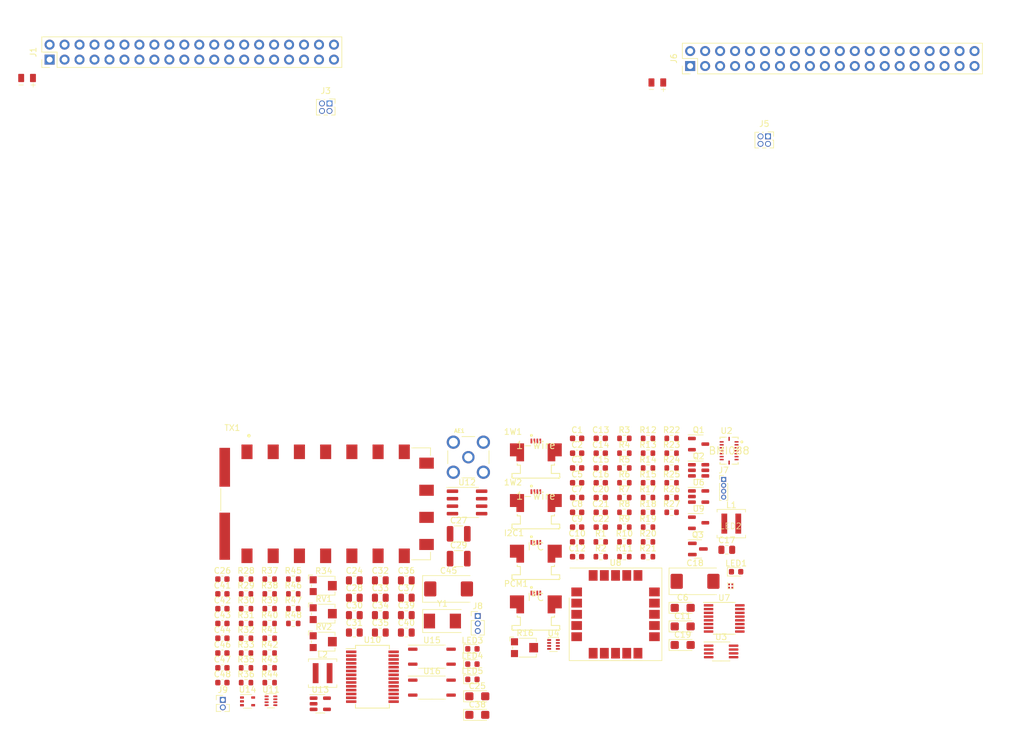
<source format=kicad_pcb>
(kicad_pcb (version 20221018) (generator pcbnew)
  (layers (0 "F.Cu" power "Front") (1 "In1.Cu" signal) (2 "In2.Cu" signal) (31 "B.Cu" power "Back") (36 "B.SilkS" user "B.Silkscreen") (37 "F.SilkS" user "F.Silkscreen") (38 "B.Mask" user) (39 "F.Mask" user) (44 "Edge.Cuts" user))
  (net 0 "")
  (net 1 "H_GND")
  (net 2 "/hat/1_WIRE")
  (net 3 "Net-(1W1-Pin_3)")
  (net 4 "Net-(1W2-Pin_3)")
  (net 5 "/shoe/RF_OUT_FILTERED")
  (net 6 "H_3V3")
  (net 7 "Net-(Q1-S)")
  (net 8 "Net-(U4-VOUT)")
  (net 9 "Net-(U7-REF)")
  (net 10 "H_5V_HAT")
  (net 11 "S_5V")
  (net 12 "S_GND")
  (net 13 "/shoe/+BATT")
  (net 14 "Net-(U10-SEL0)")
  (net 15 "Net-(U10-VCCCI)")
  (net 16 "S_3V3")
  (net 17 "Net-(U10-VCOM)")
  (net 18 "Net-(U10-VCCP1I)")
  (net 19 "Net-(U10-VCCP2I)")
  (net 20 "S_4V")
  (net 21 "Net-(U10-VCCXI)")
  (net 22 "Net-(U10-VOUTR)")
  (net 23 "/shoe/AUDIO_IN_RIGHT")
  (net 24 "Net-(U10-VINR)")
  (net 25 "/shoe/AUDIO_OUT_RIGHT")
  (net 26 "Net-(U10-VOUTL)")
  (net 27 "/shoe/AUDIO_OUT_LEFT")
  (net 28 "Net-(U10-VINL)")
  (net 29 "/shoe/AUDIO_IN_LEFT")
  (net 30 "Net-(U11-VOUT)")
  (net 31 "Net-(U10-XTI)")
  (net 32 "Net-(U10-XTO)")
  (net 33 "Net-(TX1-ANT)")
  (net 34 "Net-(C46-Pad1)")
  (net 35 "Net-(C47-Pad1)")
  (net 36 "/hat/I2C0.SCL")
  (net 37 "/hat/I2C0.SDA")
  (net 38 "/hat/3V3")
  (net 39 "/hat/5V")
  (net 40 "/hat/-BATT")
  (net 43 "/hat/STATUS_LED.RED")
  (net 44 "/hat/PCM.CLK")
  (net 45 "/hat/STATUS_LED.GREEN")
  (net 46 "/hat/STATUS_LED.BLUE")
  (net 49 "/hat/SPI0.MOSI")
  (net 50 "/hat/SPI0.MISO")
  (net 52 "/hat/SPI0.SCLK")
  (net 53 "/hat/SPI0.CE0")
  (net 54 "/hat/SPI0.CE1")
  (net 55 "/hat/EEPROM.SDA")
  (net 56 "/hat/EEPROM.SCL")
  (net 57 "/hat/BMI088.INT1")
  (net 58 "/hat/BMI088.INT3")
  (net 59 "/hat/SAM_M8Q.TX_RDY")
  (net 60 "/hat/SAM_M8Q.RST")
  (net 61 "/hat/PCM.FS")
  (net 64 "/hat/PCM.DIN")
  (net 65 "/hat/PCM.DOUT")
  (net 66 "/hat/+BATT")
  (net 67 "/hat/ADC.CH4")
  (net 68 "/hat/ADC.CH5")
  (net 69 "/hat/ADC.CH6")
  (net 70 "/hat/ADC.CH7")
  (net 71 "/shoe/-BATT")
  (net 72 "/shoe/ADC_CH4")
  (net 73 "/shoe/ADC_CH5")
  (net 76 "/shoe/3V3")
  (net 77 "/shoe/5V")
  (net 81 "/shoe/UART.TX")
  (net 82 "/shoe/UART.RX")
  (net 87 "/shoe/SA868_PWR_CTRL")
  (net 88 "/shoe/SA868_PTT")
  (net 91 "/shoe/SA868_RX")
  (net 106 "Net-(J8-Pin_2)")
  (net 107 "Net-(J8-Pin_3)")
  (net 108 "Net-(U4-SW)")
  (net 109 "Net-(U11-SW)")
  (net 110 "Net-(LED1-A)")
  (net 111 "Net-(LED2-RA)")
  (net 112 "Net-(LED2-GA)")
  (net 113 "Net-(LED2-BA)")
  (net 114 "Net-(LED3-A)")
  (net 115 "Net-(LED4-A)")
  (net 116 "Net-(LED5-A)")
  (net 117 "Net-(Q1-G)")
  (net 118 "Net-(Q2-B1)")
  (net 119 "Net-(Q3-B)")
  (net 120 "Net-(Q3-C)")
  (net 121 "Net-(U7-AIN0)")
  (net 122 "Net-(U7-AIN3)")
  (net 123 "Net-(U5-SDO)")
  (net 124 "Net-(R15-Pad2)")
  (net 125 "Net-(U4-FB)")
  (net 126 "Net-(U6-OUT)")
  (net 127 "Net-(U7-AIN1)")
  (net 128 "Net-(U7-AIN2)")
  (net 129 "Net-(U10-D+)")
  (net 130 "Net-(U10-D-)")
  (net 131 "Net-(R33-Pad2)")
  (net 132 "Net-(U11-FB)")
  (net 133 "Net-(U13-OUT)")
  (net 134 "Net-(TX1-PD)")
  (net 135 "Net-(TX1-PTT)")
  (net 136 "Net-(R42-Pad2)")
  (net 137 "Net-(R43-Pad1)")
  (net 138 "Net-(TX1-SQ)")
  (net 139 "Net-(R46-Pad2)")
  (net 140 "Net-(TX1-H{slash}L)")
  (net 141 "Net-(TX1-MIC_IN)")
  (net 142 "Net-(TX1-AF_OUT)")
  (net 143 "Net-(TX1-RXD)")
  (net 144 "Net-(TX1-TXD)")
  (net 152 "Net-(U4-PG)")
  (net 166 "Net-(U11-PG)")
  (net 167 "Net-(U14-Pad2)")
  (footprint "Connector_PinHeader_1.00mm:PinHeader_1x04_P1.00mm_Vertical" (layer "F.Cu") (at 149.1935 94.295)
    (fp_text reference "J7" (at 0 -1.56) (layer "F.SilkS"))
    (fp_text value "~")
    (pad "1" thru_hole rect (at 0 0) (size 0.85 0.85) (drill 0.5) (layers "*.Cu" "*.Mask") (net 1 "H_GND"))
    (pad "2" thru_hole oval (at 0 1) (size 0.85 0.85) (drill 0.5) (layers "*.Cu" "*.Mask") (net 6 "H_3V3"))
    (pad "3" thru_hole oval (at 0 2) (size 0.85 0.85) (drill 0.5) (layers "*.Cu" "*.Mask") (net 56 "/hat/EEPROM.SCL"))
    (pad "4" thru_hole oval (at 0 3) (size 0.85 0.85) (drill 0.5) (layers "*.Cu" "*.Mask") (net 55 "/hat/EEPROM.SDA"))
  )
  (footprint "Resistor_SMD:R_0603_1608Metric" (layer "F.Cu") (at 136.3535 92.345)
    (fp_text reference "R14" (at 0 -1.43) (layer "F.SilkS"))
    (fp_text value "0Ω")
    (pad "1" smd roundrect (at -0.825 0) (size 0.8 0.95) (layers "F.Cu" "F.Paste" "F.Mask") (net 123 "Net-(U5-SDO)"))
    (pad "2" smd roundrect (at 0.825 0) (size 0.8 0.95) (layers "F.Cu" "F.Paste" "F.Mask") (net 1 "H_GND"))
  )
  (footprint "RF_GPS:ublox_SAM-M8Q" (layer "F.Cu") (at 130.8435 117.185)
    (fp_text reference "U8" (at 0 -8.75) (layer "F.SilkS"))
    (fp_text value "SAM-M8Q")
    (pad "1" smd rect (at -6.6 -3.8) (size 1.8 1.5) (layers "F.Cu" "F.Mask") (net 1 "H_GND"))
    (pad "2" smd rect (at -6.6 -1.9) (size 1.8 1.5) (layers "F.Cu" "F.Mask") (net 6 "H_3V3"))
    (pad "3" smd rect (at -6.6 0) (size 1.8 1.5) (layers "F.Cu" "F.Mask") (net 6 "H_3V3"))
    (pad "4" smd rect (at -6.6 1.9) (size 1.8 1.5) (layers "F.Cu" "F.Mask") (net 1 "H_GND"))
    (pad "5" smd rect (at -6.6 3.8) (size 1.8 1.5) (layers "F.Cu" "F.Mask") (net 1 "H_GND"))
    (pad "6" smd rect (at -3.8 6.6) (size 1.5 1.8) (layers "F.Cu" "F.Mask") (net 1 "H_GND"))
    (pad "7" smd rect (at -1.9 6.6) (size 1.5 1.8) (layers "F.Cu" "F.Mask"))
    (pad "8" smd rect (at 0 6.6) (size 1.5 1.8) (layers "F.Cu" "F.Mask"))
    (pad "9" smd rect (at 1.9 6.6) (size 1.5 1.8) (layers "F.Cu" "F.Mask") (net 37 "/hat/I2C0.SDA"))
    (pad "10" smd rect (at 3.8 6.6) (size 1.5 1.8) (layers "F.Cu" "F.Mask") (net 1 "H_GND"))
    (pad "11" smd rect (at 6.6 3.8) (size 1.8 1.5) (layers "F.Cu" "F.Mask") (net 1 "H_GND"))
    (pad "12" smd rect (at 6.6 1.9) (size 1.8 1.5) (layers "F.Cu" "F.Mask") (net 36 "/hat/I2C0.SCL"))
    (pad "13" smd rect (at 6.6 0) (size 1.8 1.5) (layers "F.Cu" "F.Mask") (net 59 "/hat/SAM_M8Q.TX_RDY"))
    (pad "14" smd rect (at 6.6 -1.9) (size 1.8 1.5) (layers "F.Cu" "F.Mask"))
    (pad "15" smd rect (at 6.6 -3.8) (size 1.8 1.5) (layers "F.Cu" "F.Mask") (net 1 "H_GND"))
    (pad "16" smd rect (at 3.8 -6.6) (size 1.5 1.8) (layers "F.Cu" "F.Mask") (net 1 "H_GND"))
    (pad "17" smd rect (at 1.9 -6.6) (size 1.5 1.8) (layers "F.Cu" "F.Mask") (net 6 "H_3V3"))
    (pad "18" smd rect (at 0 -6.6) (size 1.5 1.8) (layers "F.Cu" "F.Mask") (net 120 "Net-(Q3-C)"))
    (pad "19" smd rect (at -1.9 -6.6) (size 1.5 1.8) (layers "F.Cu" "F.Mask"))
    (pad "20" smd rect (at -3.8 -6.6) (size 1.5 1.8) (layers "F.Cu" "F.Mask") (net 1 "H_GND"))
  )
  (footprint "Resistor_SMD:R_0805_2012Metric" (layer "F.Cu") (at 149.7235 106.235)
    (fp_text reference "C17" (at 0 -1.65) (layer "F.SilkS"))
    (fp_text value "1μF")
    (pad "1" smd roundrect (at -0.9125 0) (size 1.025 1.4) (layers "F.Cu" "F.Paste" "F.Mask") (roundrect_rratio 0.243902) (net 9 "Net-(U7-REF)"))
    (pad "2" smd roundrect (at 0.9125 0) (size 1.025 1.4) (layers "F.Cu" "F.Paste" "F.Mask") (roundrect_rratio 0.243902) (net 1 "H_GND"))
  )
  (footprint "Potentiometer_SMD:Potentiometer_Bourns_TC33X_Vertical" (layer "F.Cu") (at 115.4935 122.845)
    (fp_text reference "R16" (at 0 -2.5) (layer "F.SilkS"))
    (fp_text value "1k")
    (pad "1" smd rect (at -1.8 -1) (size 1.2 1.2) (layers "F.Cu" "F.Paste" "F.Mask") (net 124 "Net-(R15-Pad2)"))
    (pad "2" smd rect (at 1.45 0) (size 1.5 1.6) (layers "F.Cu" "F.Paste" "F.Mask") (net 125 "Net-(U4-FB)"))
    (pad "3" smd rect (at -1.8 1) (size 1.2 1.2) (layers "F.Cu" "F.Paste" "F.Mask"))
  )
  (footprint "Resistor_SMD:R_0603_1608Metric" (layer "F.Cu") (at 68.1335 121.245)
    (fp_text reference "R32" (at 0 -1.43) (layer "F.SilkS"))
    (fp_text value "1MΩ")
    (pad "1" smd roundrect (at -0.825 0) (size 0.8 0.95) (layers "F.Cu" "F.Paste" "F.Mask") (net 32 "Net-(U10-XTO)"))
    (pad "2" smd roundrect (at 0.825 0) (size 0.8 0.95) (layers "F.Cu" "F.Paste" "F.Mask") (net 31 "Net-(U10-XTI)"))
  )
  (footprint "Capacitor_Tantalum_SMD:CP_EIA-7343-31_Kemet-D" (layer "F.Cu") (at 102.5085 112.875)
    (fp_text reference "C45" (at 0 -3.1) (layer "F.SilkS"))
    (fp_text value "100μF")
    (pad "1" smd roundrect (at -3.1125 0) (size 2.075 2.55) (layers "F.Cu" "F.Paste" "F.Mask") (roundrect_rratio 0.120482) (net 20 "S_4V"))
    (pad "2" smd roundrect (at 3.1125 0) (size 2.075 2.55) (layers "F.Cu" "F.Paste" "F.Mask") (roundrect_rratio 0.120482) (net 12 "S_GND"))
  )
  (footprint "Capacitor_SMD:C_0603_1608Metric" (layer "F.Cu") (at 124.3235 102.385)
    (fp_text reference "C9" (at 0 -1.43) (layer "F.SilkS"))
    (fp_text value "0.1µF")
    (pad "1" smd roundrect (at -0.775 0) (size 0.9 0.95) (layers "F.Cu" "F.Paste" "F.Mask") (net 1 "H_GND"))
    (pad "2" smd roundrect (at 0.775 0) (size 0.9 0.95) (layers "F.Cu" "F.Paste" "F.Mask") (net 6 "H_3V3"))
  )
  (footprint "Resistor_SMD:R_0603_1608Metric" (layer "F.Cu") (at 140.3635 97.365)
    (fp_text reference "R26" (at 0 -1.43) (layer "F.SilkS"))
    (fp_text value "?Ω")
    (pad "1" smd roundrect (at -0.825 0) (size 0.8 0.95) (layers "F.Cu" "F.Paste" "F.Mask") (net 120 "Net-(Q3-C)"))
    (pad "2" smd roundrect (at 0.825 0) (size 0.8 0.95) (layers "F.Cu" "F.Paste" "F.Mask") (net 6 "H_3V3"))
  )
  (footprint "Resistor_SMD:R_0805_2012Metric" (layer "F.Cu") (at 90.9235 114.375)
    (fp_text reference "C33" (at 0 -1.65) (layer "F.SilkS"))
    (fp_text value "1μF")
    (pad "1" smd roundrect (at -0.9125 0) (size 1.025 1.4) (layers "F.Cu" "F.Paste" "F.Mask") (roundrect_rratio 0.243902) (net 12 "S_GND"))
    (pad "2" smd roundrect (at 0.9125 0) (size 1.025 1.4) (layers "F.Cu" "F.Paste" "F.Mask") (roundrect_rratio 0.243902) (net 21 "Net-(U10-VCCXI)"))
  )
  (footprint "Resistor_SMD:R_0603_1608Metric" (layer "F.Cu") (at 72.1435 111.205)
    (fp_text reference "R37" (at 0 -1.43) (layer "F.SilkS"))
    (fp_text value "?")
    (pad "1" smd roundrect (at -0.825 0) (size 0.8 0.95) (layers "F.Cu" "F.Paste" "F.Mask") (net 133 "Net-(U13-OUT)"))
    (pad "2" smd roundrect (at 0.825 0) (size 0.8 0.95) (layers "F.Cu" "F.Paste" "F.Mask") (net 72 "/shoe/ADC_CH4"))
  )
  (footprint "Resistor_SMD:R_0603_1608Metric" (layer "F.Cu") (at 72.1435 123.755)
    (fp_text reference "R42" (at 0 -1.43) (layer "F.SilkS"))
    (fp_text value "?k")
    (pad "1" smd roundrect (at -0.825 0) (size 0.8 0.95) (layers "F.Cu" "F.Paste" "F.Mask") (net 135 "Net-(TX1-PTT)"))
    (pad "2" smd roundrect (at 0.825 0) (size 0.8 0.95) (layers "F.Cu" "F.Paste" "F.Mask") (net 136 "Net-(R42-Pad2)"))
  )
  (footprint "Package_TO_SOT_SMD:SOT-23-3" (layer "F.Cu") (at 144.9435 88.295)
    (fp_text reference "Q1" (at 0 -2.4) (layer "F.SilkS"))
    (fp_text value "DMG2305UX")
    (pad "1" smd roundrect (at -1.1375 -0.95) (size 1.325 0.6) (layers "F.Cu" "F.Paste" "F.Mask") (net 66 "/hat/+BATT"))
    (pad "2" smd roundrect (at -1.1375 0.95) (size 1.325 0.6) (layers "F.Cu" "F.Paste" "F.Mask") (net 117 "Net-(Q1-G)"))
    (pad "3" smd roundrect (at 1.1375 0) (size 1.325 0.6) (layers "F.Cu" "F.Paste" "F.Mask") (net 7 "Net-(Q1-S)"))
  )
  (footprint "Package_TO_SOT_SMD:SOT-23-5" (layer "F.Cu") (at 80.7335 132.365)
    (fp_text reference "U13" (at 0 -2.4) (layer "F.SilkS"))
    (fp_text value "INA180A1")
    (pad "1" smd roundrect (at -1.1375 -0.95) (size 1.325 0.6) (layers "F.Cu" "F.Paste" "F.Mask") (net 133 "Net-(U13-OUT)"))
    (pad "2" smd roundrect (at -1.1375 0) (size 1.325 0.6) (layers "F.Cu" "F.Paste" "F.Mask") (net 12 "S_GND"))
    (pad "3" smd roundrect (at -1.1375 0.95) (size 1.325 0.6) (layers "F.Cu" "F.Paste" "F.Mask") (net 30 "Net-(U11-VOUT)"))
    (pad "4" smd roundrect (at 1.1375 0.95) (size 1.325 0.6) (layers "F.Cu" "F.Paste" "F.Mask") (net 20 "S_4V"))
    (pad "5" smd roundrect (at 1.1375 -0.95) (size 1.325 0.6) (layers "F.Cu" "F.Paste" "F.Mask") (net 11 "S_5V"))
  )
  (footprint "Capacitor_Tantalum_SMD:CP_EIA-3216-18_Kemet-A" (layer "F.Cu") (at 107.3785 134.245)
    (fp_text reference "C38" (at 0 -1.75) (layer "F.SilkS"))
    (fp_text value "10μF")
    (pad "1" smd roundrect (at -1.35 0) (size 1.4 1.35) (layers "F.Cu" "F.Paste" "F.Mask") (roundrect_rratio 0.185185) (net 30 "Net-(U11-VOUT)"))
    (pad "2" smd roundrect (at 1.35 0) (size 1.4 1.35) (layers "F.Cu" "F.Paste" "F.Mask") (roundrect_rratio 0.185185) (net 12 "S_GND"))
  )
  (footprint "Resistor_SMD:R_0603_1608Metric" (layer "F.Cu") (at 136.3535 94.855)
    (fp_text reference "R15" (at 0 -1.43) (layer "F.SilkS"))
    (fp_text value "21.5k")
    (pad "1" smd roundrect (at -0.825 0) (size 0.8 0.95) (layers "F.Cu" "F.Paste" "F.Mask") (net 8 "Net-(U4-VOUT)"))
    (pad "2" smd roundrect (at 0.825 0) (size 0.8 0.95) (layers "F.Cu" "F.Paste" "F.Mask") (net 124 "Net-(R15-Pad2)"))
  )
  (footprint "Resistor_SMD:R_0805_2012Metric" (layer "F.Cu") (at 90.9235 120.275)
    (fp_text reference "C35" (at 0 -1.65) (layer "F.SilkS"))
    (fp_text value "1μF")
    (pad "1" smd roundrect (at -0.9125 0) (size 1.025 1.4) (layers "F.Cu" "F.Paste" "F.Mask") (roundrect_rratio 0.243902) (net 24 "Net-(U10-VINR)"))
    (pad "2" smd roundrect (at 0.9125 0) (size 1.025 1.4) (layers "F.Cu" "F.Paste" "F.Mask") (roundrect_rratio 0.243902) (net 25 "/shoe/AUDIO_OUT_RIGHT"))
  )
  (footprint "Resistor_SMD:R_0603_1608Metric" (layer "F.Cu") (at 72.1435 128.775)
    (fp_text reference "R44" (at 0 -1.43) (layer "F.SilkS"))
    (fp_text value "?Ω")
    (pad "1" smd roundrect (at -0.825 0) (size 0.8 0.95) (layers "F.Cu" "F.Paste" "F.Mask") (net 20 "S_4V"))
    (pad "2" smd roundrect (at 0.825 0) (size 0.8 0.95) (layers "F.Cu" "F.Paste" "F.Mask") (net 114 "Net-(LED3-A)"))
  )
  (footprint "Resistor_SMD:R_0805_2012Metric" (layer "F.Cu") (at 90.9235 117.325)
    (fp_text reference "C34" (at 0 -1.65) (layer "F.SilkS"))
    (fp_text value "1μF")
    (pad "1" smd roundrect (at -0.9125 0) (size 1.025 1.4) (layers "F.Cu" "F.Paste" "F.Mask") (roundrect_rratio 0.243902) (net 22 "Net-(U10-VOUTR)"))
    (pad "2" smd roundrect (at 0.9125 0) (size 1.025 1.4) (layers "F.Cu" "F.Paste" "F.Mask") (roundrect_rratio 0.243902) (net 23 "/shoe/AUDIO_IN_RIGHT"))
  )
  (footprint "Resistor_SMD:R_0603_1608Metric" (layer "F.Cu") (at 76.1535 116.225)
    (fp_text reference "R47" (at 0 -1.43) (layer "F.SilkS"))
    (fp_text value "?Ω")
    (pad "1" smd roundrect (at -0.825 0) (size 0.8 0.95) (layers "F.Cu" "F.Paste" "F.Mask") (net 88 "/shoe/SA868_PTT"))
    (pad "2" smd roundrect (at 0.825 0) (size 0.8 0.95) (layers "F.Cu" "F.Paste" "F.Mask") (net 116 "Net-(LED5-A)"))
  )
  (footprint "Resistor_SMD:R_0603_1608Metric" (layer "F.Cu") (at 76.1535 111.205)
    (fp_text reference "R45" (at 0 -1.43) (layer "F.SilkS"))
    (fp_text value "?Ω")
    (pad "1" smd roundrect (at -0.825 0) (size 0.8 0.95) (layers "F.Cu" "F.Paste" "F.Mask") (net 91 "/shoe/SA868_RX"))
    (pad "2" smd roundrect (at 0.825 0) (size 0.8 0.95) (layers "F.Cu" "F.Paste" "F.Mask") (net 115 "Net-(LED4-A)"))
  )
  (footprint "Potentiometer_SMD:Potentiometer_Bourns_TC33X_Vertical" (layer "F.Cu") (at 81.3335 121.825)
    (fp_text reference "RV2" (at 0 -2.5) (layer "F.SilkS"))
    (fp_text value "100k")
    (pad "1" smd rect (at -1.8 -1) (size 1.2 1.2) (layers "F.Cu" "F.Paste" "F.Mask") (net 12 "S_GND"))
    (pad "2" smd rect (at 1.45 0) (size 1.5 1.6) (layers "F.Cu" "F.Paste" "F.Mask") (net 29 "/shoe/AUDIO_IN_LEFT"))
    (pad "3" smd rect (at -1.8 1) (size 1.2 1.2) (layers "F.Cu" "F.Paste" "F.Mask") (net 142 "Net-(TX1-AF_OUT)"))
  )
  (footprint "Resistor_SMD:R_0805_2012Metric" (layer "F.Cu") (at 86.5135 111.425)
    (fp_text reference "C24" (at 0 -1.65) (layer "F.SilkS"))
    (fp_text value "1μF")
    (pad "1" smd roundrect (at -0.9125 0) (size 1.025 1.4) (layers "F.Cu" "F.Paste" "F.Mask") (roundrect_rratio 0.243902) (net 11 "S_5V"))
    (pad "2" smd roundrect (at 0.9125 0) (size 1.025 1.4) (layers "F.Cu" "F.Paste" "F.Mask") (roundrect_rratio 0.243902) (net 12 "S_GND"))
  )
  (footprint "Connector_PinSocket_1.27mm:PinSocket_2x02_P1.27mm_Vertical" (layer "F.Cu") (at 156.718 36.068)
    (fp_text reference "J5" (at -0.635 -2.135) (layer "F.SilkS"))
    (fp_text value "ADC")
    (pad "1" thru_hole rect (at 0 0) (size 1 1) (drill 0.7) (layers "*.Cu" "*.Mask") (net 72 "/shoe/ADC_CH4"))
    (pad "2" thru_hole oval (at -1.27 0) (size 1 1) (drill 0.7) (layers "*.Cu" "*.Mask") (net 73 "/shoe/ADC_CH5"))
    (pad "3" thru_hole oval (at 0 1.27) (size 1 1) (drill 0.7) (layers "*.Cu" "*.Mask"))
    (pad "4" thru_hole oval (at -1.27 1.27) (size 1 1) (drill 0.7) (layers "*.Cu" "*.Mask"))
  )
  (footprint "Capacitor_Tantalum_SMD:CP_EIA-7343-31_Kemet-D" (layer "F.Cu") (at 144.3385 111.585)
    (fp_text reference "C18" (at 0 -3.1) (layer "F.SilkS"))
    (fp_text value "100μF")
    (pad "1" smd roundrect (at -3.1125 0) (size 2.075 2.55) (layers "F.Cu" "F.Paste" "F.Mask") (roundrect_rratio 0.120482) (net 10 "H_5V_HAT"))
    (pad "2" smd roundrect (at 3.1125 0) (size 2.075 2.55) (layers "F.Cu" "F.Paste" "F.Mask") (roundrect_rratio 0.120482) (net 1 "H_GND"))
  )
  (footprint "Capacitor_SMD:C_0603_1608Metric" (layer "F.Cu") (at 128.3335 89.835)
    (fp_text reference "C14" (at 0 -1.43) (layer "F.SilkS"))
    (fp_text value "0.1µF")
    (pad "1" smd roundrect (at -0.775 0) (size 0.9 0.95) (layers "F.Cu" "F.Paste" "F.Mask") (net 6 "H_3V3"))
    (pad "2" smd roundrect (at 0.775 0) (size 0.9 0.95) (layers "F.Cu" "F.Paste" "F.Mask") (net 1 "H_GND"))
  )
  (footprint "Resistor_SMD:R_0603_1608Metric" (layer "F.Cu") (at 136.3535 87.325)
    (fp_text reference "R12" (at 0 -1.43) (layer "F.SilkS"))
    (fp_text value "?")
    (pad "1" smd roundrect (at -0.825 0) (size 0.8 0.95) (layers "F.Cu" "F.Paste" "F.Mask") (net 38 "/hat/3V3"))
    (pad "2" smd roundrect (at 0.825 0) (size 0.8 0.95) (layers "F.Cu" "F.Paste" "F.Mask") (net 122 "Net-(U7-AIN3)"))
  )
  (footprint "Resistor_SMD:R_0603_1608Metric" (layer "F.Cu") (at 140.3635 94.855)
    (fp_text reference "R25" (at 0 -1.43) (layer "F.SilkS"))
    (fp_text value "*")
    (pad "1" smd roundrect (at -0.825 0) (size 0.8 0.95) (layers "F.Cu" "F.Paste" "F.Mask") (net 6 "H_3V3"))
    (pad "2" smd roundrect (at 0.825 0) (size 0.8 0.95) (layers "F.Cu" "F.Paste" "F.Mask") (net 36 "/hat/I2C0.SCL"))
  )
  (footprint "Resistor_SMD:R_0603_1608Metric" (layer "F.Cu") (at 76.1535 113.715)
    (fp_text reference "R46" (at 0 -1.43) (layer "F.SilkS"))
    (fp_text value "?Ω")
    (pad "1" smd roundrect (at -0.825 0) (size 0.8 0.95) (layers "F.Cu" "F.Paste" "F.Mask") (net 88 "/shoe/SA868_PTT"))
    (pad "2" smd roundrect (at 0.825 0) (size 0.8 0.95) (layers "F.Cu" "F.Paste" "F.Mask") (net 139 "Net-(R46-Pad2)"))
  )
  (footprint "giraffe_flight_computer_footprints:battery_connection" (layer "F.Cu") (at 30.972 26.162)
    (fp_text reference "J2" hide)
    (fp_text value "BAT" hide)
    (fp_text user "-" (at -1.7 1.7 unlocked) (layer "F.SilkS") (effects (font (thickness 0.1)) (justify left bottom)))
    (fp_text user "+" (at 0.35 1.7 unlocked) (layer "F.SilkS") (effects (font (thickness 0.1)) (justify left bottom)))
    (pad "1" smd roundrect (at -1 0) (size 1 1.4) (layers "F.Cu" "F.Paste" "F.Mask") (roundrect_rratio 0.1) (net 40 "/hat/-BATT"))
    (pad "2" smd roundrect (at 1 0) (size 1 1.4) (layers "F.Cu" "F.Paste" "F.Mask") (roundrect_rratio 0.1) (net 66 "/hat/+BATT"))
  )
  (footprint "Potentiometer_SMD:Potentiometer_Bourns_TC33X_Vertical" (layer "F.Cu") (at 81.3335 112.325)
    (fp_text reference "R34" (at 0 -2.5) (layer "F.SilkS"))
    (fp_text value "?k")
    (pad "1" smd rect (at -1.8 -1) (size 1.2 1.2) (layers "F.Cu" "F.Paste" "F.Mask") (net 131 "Net-(R33-Pad2)"))
    (pad "2" smd rect (at 1.45 0) (size 1.5 1.6) (layers "F.Cu" "F.Paste" "F.Mask") (net 132 "Net-(U11-FB)"))
    (pad "3" smd rect (at -1.8 1) (size 1.2 1.2) (layers "F.Cu" "F.Paste" "F.Mask"))
  )
  (footprint "Resistor_SMD:R_0805_2012Metric" (layer "F.Cu") (at 86.5135 120.275)
    (fp_text reference "C31" (at 0 -1.65) (layer "F.SilkS"))
    (fp_text value "1μF")
    (pad "1" smd roundrect (at -0.9125 0) (size 1.025 1.4) (layers "F.Cu" "F.Paste" "F.Mask") (roundrect_rratio 0.243902) (net 12 "S_GND"))
    (pad "2" smd roundrect (at 0.9125 0) (size 1.025 1.4) (layers "F.Cu" "F.Paste" "F.Mask") (roundrect_rratio 0.243902) (net 19 "Net-(U10-VCCP2I)"))
  )
  (footprint "Package_TO_SOT_SMD:SOT-23-6" (layer "F.Cu") (at 144.9435 92.745)
    (fp_text reference "Q2" (at 0 -2.4) (layer "F.SilkS"))
    (fp_text value "DMMT5401")
    (pad "1" smd roundrect (at -1.1375 -0.95) (size 1.325 0.6) (layers "F.Cu" "F.Paste" "F.Mask") (net 118 "Net-(Q2-B1)"))
    (pad "2" smd roundrect (at -1.1375 0) (size 1.325 0.6) (layers "F.Cu" "F.Paste" "F.Mask") (net 118 "Net-(Q2-B1)"))
    (pad "3" smd roundrect (at -1.1375 0.95) (size 1.325 0.6) (layers "F.Cu" "F.Paste" "F.Mask") (net 118 "Net-(Q2-B1)"))
    (pad "4" smd roundrect (at 1.1375 0.95) (size 1.325 0.6) (layers "F.Cu" "F.Paste" "F.Mask") (net 117 "Net-(Q1-G)"))
    (pad "5" smd roundrect (at 1.1375 0) (size 1.325 0.6) (layers "F.Cu" "F.Paste" "F.Mask") (net 7 "Net-(Q1-S)"))
    (pad "6" smd roundrect (at 1.1375 -0.95) (size 1.325 0.6) (layers "F.Cu" "F.Paste" "F.Mask") (net 66 "/hat/+BATT"))
  )
  (footprint "Capacitor_SMD:C_0603_1608Metric" (layer "F.Cu") (at 124.3235 99.875)
    (fp_text reference "C8" (at 0 -1.43) (layer "F.SilkS"))
    (fp_text value "0.1µF")
    (pad "1" smd roundrect (at -0.775 0) (size 0.9 0.95) (layers "F.Cu" "F.Paste" "F.Mask") (net 1 "H_GND"))
    (pad "2" smd roundrect (at 0.775 0) (size 0.9 0.95) (layers "F.Cu" "F.Paste" "F.Mask") (net 6 "H_3V3"))
  )
  (footprint "Resistor_SMD:R_0603_1608Metric" (layer "F.Cu") (at 132.3435 104.895)
    (fp_text reference "R10" (at 0 -1.43) (layer "F.SilkS"))
    (fp_text value "?")
    (pad "1" smd roundrect (at -0.825 0) (size 0.8 0.95) (layers "F.Cu" "F.Paste" "F.Mask") (net 121 "Net-(U7-AIN0)"))
    (pad "2" smd roundrect (at 0.825 0) (size 0.8 0.95) (layers "F.Cu" "F.Paste" "F.Mask") (net 1 "H_GND"))
  )
  (footprint "Resistor_SMD:R_0603_1608Metric" (layer "F.Cu") (at 72.1435 126.265)
    (fp_text reference "R43" (at 0 -1.43) (layer "F.SilkS"))
    (fp_text value "?Ω")
    (pad "1" smd roundrect (at -0.825 0) (size 0.8 0.95) (layers "F.Cu" "F.Paste" "F.Mask") (net 137 "Net-(R43-Pad1)"))
    (pad "2" smd roundrect (at 0.825 0) (size 0.8 0.95) (layers "F.Cu" "F.Paste" "F.Mask") (net 138 "Net-(TX1-SQ)"))
  )
  (footprint "Resistor_SMD:R_0805_2012Metric" (layer "F.Cu") (at 90.9235 111.425)
    (fp_text reference "C32" (at 0 -1.65) (layer "F.SilkS"))
    (fp_text value "0.1μF")
    (pad "1" smd roundrect (at -0.9125 0) (size 1.025 1.4) (layers "F.Cu" "F.Paste" "F.Mask") (roundrect_rratio 0.243902) (net 20 "S_4V"))
    (pad "2" smd roundrect (at 0.9125 0) (size 1.025 1.4) (layers "F.Cu" "F.Paste" "F.Mask") (roundrect_rratio 0.243902) (net 12 "S_GND"))
  )
  (footprint "Capacitor_SMD:C_0603_1608Metric" (layer "F.Cu") (at 128.3335 87.325)
    (fp_text reference "C13" (at 0 -1.43) (layer "F.SilkS"))
    (fp_text value "0.1µF")
    (pad "1" smd roundrect (at -0.775 0) (size 0.9 0.95) (layers "F.Cu" "F.Paste" "F.Mask") (net 6 "H_3V3"))
    (pad "2" smd roundrect (at 0.775 0) (size 0.9 0.95) (layers "F.Cu" "F.Paste" "F.Mask") (net 1 "H_GND"))
  )
  (footprint "Resistor_SMD:R_0603_1608Metric" (layer "F.Cu") (at 140.3635 99.875)
    (fp_text reference "R27" (at 0 -1.43) (layer "F.SilkS"))
    (fp_text value "?Ω")
    (pad "1" smd roundrect (at -0.825 0) (size 0.8 0.95) (layers "F.Cu" "F.Paste" "F.Mask") (net 119 "Net-(Q3-B)"))
    (pad "2" smd roundrect (at 0.825 0) (size 0.8 0.95) (layers "F.Cu" "F.Paste" "F.Mask") (net 60 "/hat/SAM_M8Q.RST"))
  )
  (footprint "Resistor_SMD:R_1210_3225Metric" (layer "F.Cu") (at 104.2235 103.525)
    (fp_text reference "C27" (at 0 -2.28) (layer "F.SilkS"))
    (fp_text value "10μF")
    (pad "1" smd roundrect (at -1.4625 0) (size 1.125 2.65) (layers "F.Cu" "F.Paste" "F.Mask") (roundrect_rratio 0.222222) (net 15 "Net-(U10-VCCCI)"))
    (pad "2" smd roundrect (at 1.4625 0) (size 1.125 2.65) (layers "F.Cu" "F.Paste" "F.Mask") (roundrect_rratio 0.222222) (net 12 "S_GND"))
  )
  (footprint "Capacitor_Tantalum_SMD:CP_EIA-3216-18_Kemet-A" (layer "F.Cu") (at 142.2385 116.085)
    (fp_text reference "C6" (at 0 -1.75) (layer "F.SilkS"))
    (fp_text value "10μF")
    (pad "1" smd roundrect (at -1.35 0) (size 1.4 1.35) (layers "F.Cu" "F.Paste" "F.Mask") (roundrect_rratio 0.185185) (net 7 "Net-(Q1-S)"))
    (pad "2" smd roundrect (at 1.35 0) (size 1.4 1.35) (layers "F.Cu" "F.Paste" "F.Mask") (roundrect_rratio 0.185185) (net 1 "H_GND"))
  )
  (footprint "Package_SO:SOIC-4_4.55x3.7mm_P2.54mm" (layer "F.Cu") (at 99.6835 129.625)
    (fp_text reference "U16" (at 0 -2.8) (layer "F.SilkS"))
    (fp_text value "TLP185")
    (pad "1" smd roundrect (at -3.25 -1.27) (size 1.6 0.55) (layers "F.Cu" "F.Paste" "F.Mask") (net 139 "Net-(R46-Pad2)"))
    (pad "3" smd roundrect (at -3.25 1.27) (size 1.6 0.55) (layers "F.Cu" "F.Paste" "F.Mask") (net 1 "H_GND"))
    (pad "4" smd roundrect (at 3.25 1.27) (size 1.6 0.55) (layers "F.Cu" "F.Paste" "F.Mask") (net 167 "Net-(U14-Pad2)"))
    (pad "6" smd roundrect (at 3.25 -1.27) (size 1.6 0.55) (layers "F.Cu" "F.Paste" "F.Mask") (net 20 "S_4V"))
  )
  (footprint "giraffe_flight_computer_footprints:pi_zero" (layer "F.Cu") (at 167.64 22.86)
    (fp_text reference "J6" (at -26.9 0 -90) (layer "F.SilkS"))
    (fp_text value "PI")
    (pad "1" thru_hole rect (at -24.13 1.27 270) (size 1.7 1.7) (drill 1) (layers "*.Cu" "*.Mask") (net 76 "/shoe/3V3"))
    (pad "2" thru_hole oval (at -24.13 -1.27 270) (size 1.7 1.7) (drill 1) (layers "*.Cu" "*.Mask") (net 77 "/shoe/5V"))
    (pad "3" thru_hole oval (at -21.59 1.27 270) (size 1.7 1.7) (drill 1) (layers "*.Cu" "*.Mask"))
    (pad "4" thru_hole oval (at -21.59 -1.27 270) (size 1.7 1.7) (drill 1) (layers "*.Cu" "*.Mask") (net 77 "/shoe/5V"))
    (pad "5" thru_hole oval (at -19.05 1.27 270) (size 1.7 1.7) (drill 1) (layers "*.Cu" "*.Mask"))
    (pad "6" thru_hole oval (at -19.05 -1.27 270) (size 1.7 1.7) (drill 1) (layers "*.Cu" "*.Mask") (net 71 "/shoe/-BATT"))
    (pad "7" thru_hole oval (at -16.51 1.27 270) (size 1.7 1.7) (drill 1) (layers "*.Cu" "*.Mask"))
    (pad "8" thru_hole oval (at -16.51 -1.27 270) (size 1.7 1.7) (drill 1) (layers "*.Cu" "*.Mask") (net 81 "/shoe/UART.TX"))
    (pad "9" thru_hole oval (at -13.97 1.27 270) (size 1.7 1.7) (drill 1) (layers "*.Cu" "*.Mask") (net 71 "/shoe/-BATT"))
    (pad "10" thru_hole oval (at -13.97 -1.27 270) (size 1.7 1.7) (drill 1) (layers "*.Cu" "*.Mask") (net 82 "/shoe/UART.RX"))
    (pad "11" thru_hole oval (at -11.43 1.27 270) (size 1.7 1.7) (drill 1) (layers "*.Cu" "*.Mask"))
    (pad "12" thru_hole oval (at -11.43 -1.27 270) (size 1.7 1.7) (drill 1) (layers "*.Cu" "*.Mask"))
    (pad "13" thru_hole oval (at -8.89 1.27 270) (size 1.7 1.7) (drill 1) (layers "*.Cu" "*.Mask"))
    (pad "14" thru_hole oval (at -8.89 -1.27 270) (size 1.7 1.7) (drill 1) (layers "*.Cu" "*.Mask") (net 71 "/shoe/-BATT"))
    (pad "15" thru_hole oval (at -6.35 1.27 270) (size 1.7 1.7) (drill 1) (layers "*.Cu" "*.Mask"))
    (pad "16" thru_hole oval (at -6.35 -1.27 270) (size 1.7 1.7) (drill 1) (layers "*.Cu" "*.Mask") (net 87 "/shoe/SA868_PWR_CTRL"))
    (pad "17" thru_hole oval (at -3.81 1.27 270) (size 1.7 1.7) (drill 1) (layers "*.Cu" "*.Mask") (net 76 "/shoe/3V3"))
    (pad "18" thru_hole oval (at -3.81 -1.27 270) (size 1.7 1.7) (drill 1) (layers "*.Cu" "*.Mask") (net 88 "/shoe/SA868_PTT"))
    (pad "19" thru_hole oval (at -1.27 1.27 270) (size 1.7 1.7) (drill 1) (layers "*.Cu" "*.Mask"))
    (pad "20" thru_hole oval (at -1.27 -1.27 270) (size 1.7 1.7) (drill 1) (layers "*.Cu" "*.Mask") (net 71 "/shoe/-BATT"))
    (pad "21" thru_hole oval (at 1.27 1.27 270) (size 1.7 1.7) (drill 1) (layers "*.Cu" "*.Mask"))
    (pad "22" thru_hole oval (at 1.27 -1.27 270) (size 1.7 1.7) (drill 1) (layers "*.Cu" "*.Mask") (net 91 "/shoe/SA868_RX"))
    (pad "23" thru_hole oval (at 3.81 1.27 270) (size 1.7 1.7) (drill 1) (layers "*.Cu" "*.Mask"))
    (pad "24" thru_hole oval (at 3.81 -1.27 270) (size 1.7 1.7) (drill 1) (layers "*.Cu" "*.Mask"))
    (pad "25" thru_hole oval (at 6.35 1.27 270) (size 1.7 1.7) (drill 1) (layers "*.Cu" "*.Mask") (net 71 "/shoe/-BATT"))
    (pad "26" thru_hole oval (at 6.35 -1.27 270) (size 1.7 1.7) (drill 1) (layers "*.Cu" "*.Mask"))
    (pad "27" thru_hole oval (at 8.89 1.27 270) (size 1.7 1.7) (drill 1) (layers "*.Cu" "*.Mask"))
    (pad "28" thru_hole oval (at 8.89 -1.27 270) (size 1.7 1.7) (drill 1) (layers "*.Cu" "*.Mask"))
    (pad "29" thru_hole oval (at 11.43 1.27 270) (size 1.7 1.7) (drill 1) (layers "*.Cu" "*.Mask"))
    (pad "30" thru_hole oval (at 11.43 -1.27 270) (size 1.7 1.7) (drill 1) (layers "*.Cu" "*.Mask") (net 71 "/shoe/-BATT"))
    (pad "31" thru_hole oval (at 13.97 1.27 270) (size 1.7 1.7) (drill 1) (layers "*.Cu" "*.Mask"))
    (pad "32" thru_hole oval (at 13.97 -1.27 270) (size 1.7 1.7) (drill 1) (layers "*.Cu" "*.Mask"))
    (pad "33" thru_hole oval (at 16.51 1.27 270) (size 1.7 1.7) (drill 1) (layers "*.Cu" "*.Mask"))
    (pad "34" thru_hole oval (at 16.51 -1.27 270) (size 1.7 1.7) (drill 1) (layers "*.Cu" "*.Mask") (net 71 "/shoe/-BATT"))
    (pad "35" thru_hole oval (at 19.05 1.27 270) (size 1.7 1.7) (drill 1) (layers "*.Cu" "*.Mask"))
    (pad "36" thru_hole oval (at 19.05 -1.27 270) (size 1.7 1.7) (drill 1) (layers "*.Cu" "*.Mask"))
    (pad "37" thru_hole oval (at 21.59 1.27 270) (size 1.7 1.7) (drill 1) (layers "*.Cu" "*.Mask"))
    (pad "38" thru_hole oval (at 21.59 -1.27 270) (size 1.7 1.7) (drill 1) (layers "*.Cu" "*.Mask"))
    (pad "39" thru_hole oval (at 24.13 1.27 270) (size 1.7 1.7) (drill 1) (layers "*.Cu" "*.Mask") (net 71 "/shoe/-BATT"))
    (pad "40" thru_hole oval (at 24.13 -1.27 270) (size 1.7 1.7) (drill 1) (layers "*.Cu" "*.Mask"))
  )
  (footprint "Resistor_SMD:R_0603_1608Metric" (layer "F.Cu") (at 68.1335 126.265)
    (fp_text reference "R35" (at 0 -1.43) (layer "F.SilkS"))
    (fp_text value "?k")
    (pad "1" smd roundrect (at -0.825 0) (size 0.8 0.95) (layers "F.Cu" "F.Paste" "F.Mask") (net 132 "Net-(U11-FB)"))
    (pad "2" smd roundrect (at 0.825 0) (size 0.8 0.95) (layers "F.Cu" "F.Paste" "F.Mask") (net 12 "S_GND"))
  )
  (footprint "Package_SO:SSOP-28_5.3x10.2mm_P0.65mm" (layer "F.Cu") (at 89.5835 127.775)
    (fp_text reference "U10" (at 0 -6.25) (layer "F.SilkS"))
    (fp_text value "PCM2902C")
    (pad "1" smd rect (at -3.6 -4.225) (size 1.75 0.45) (layers "F.Cu" "F.Paste" "F.Mask") (net 129 "Net-(U10-D+)"))
    (pad "2" smd rect (at -3.6 -3.575) (size 1.75 0.45) (layers "F.Cu" "F.Paste" "F.Mask") (net 130 "Net-(U10-D-)"))
    (pad "3" smd rect (at -3.6 -2.925) (size 1.75 0.45) (layers "F.Cu" "F.Paste" "F.Mask") (net 11 "S_5V"))
    (pad "4" smd rect (at -3.6 -2.275) (size 1.75 0.45) (layers "F.Cu" "F.Paste" "F.Mask") (net 12 "S_GND"))
    (pad "5" smd rect (at -3.6 -1.625) (size 1.75 0.45) (layers "F.Cu" "F.Paste" "F.Mask"))
    (pad "6" smd rect (at -3.6 -0.975) (size 1.75 0.45) (layers "F.Cu" "F.Paste" "F.Mask"))
    (pad "7" smd rect (at -3.6 -0.325) (size 1.75 0.45) (layers "F.Cu" "F.Paste" "F.Mask"))
    (pad "8" smd rect (at -3.6 0.325) (size 1.75 0.45) (layers "F.Cu" "F.Paste" "F.Mask") (net 14 "Net-(U10-SEL0)"))
    (pad "9" smd rect (at -3.6 0.975) (size 1.75 0.45) (layers "F.Cu" "F.Paste" "F.Mask") (net 14 "Net-(U10-SEL0)"))
    (pad "10" smd rect (at -3.6 1.625) (size 1.75 0.45) (layers "F.Cu" "F.Paste" "F.Mask") (net 15 "Net-(U10-VCCCI)"))
    (pad "11" smd rect (at -3.6 2.275) (size 1.75 0.45) (layers "F.Cu" "F.Paste" "F.Mask") (net 12 "S_GND"))
    (pad "12" smd rect (at -3.6 2.925) (size 1.75 0.45) (layers "F.Cu" "F.Paste" "F.Mask") (net 28 "Net-(U10-VINL)"))
    (pad "13" smd rect (at -3.6 3.575) (size 1.75 0.45) (layers "F.Cu" "F.Paste" "F.Mask") (net 24 "Net-(U10-VINR)"))
    (pad "14" smd rect (at -3.6 4.225) (size 1.75 0.45) (layers "F.Cu" "F.Paste" "F.Mask") (net 17 "Net-(U10-VCOM)"))
    (pad "15" smd rect (at 3.6 4.225) (size 1.75 0.45) (layers "F.Cu" "F.Paste" "F.Mask") (net 22 "Net-(U10-VOUTR)"))
    (pad "16" smd rect (at 3.6 3.575) (size 1.75 0.45) (layers "F.Cu" "F.Paste" "F.Mask") (net 26 "Net-(U10-VOUTL)"))
    (pad "17" smd rect (at 3.6 2.925) (size 1.75 0.45) (layers "F.Cu" "F.Paste" "F.Mask") (net 18 "Net-(U10-VCCP1I)"))
    (pad "18" smd rect (at 3.6 2.275) (size 1.75 0.45) (layers "F.Cu" "F.Paste" "F.Mask") (net 12 "S_GND"))
    (pad "19" smd rect (at 3.6 1.625) (size 1.75 0.45) (layers "F.Cu" "F.Paste" "F.Mask") (net 19 "Net-(U10-VCCP2I)"))
    (pad "20" smd rect (at 3.6 0.975) (size 1.75 0.45) (layers "F.Cu" "F.Paste" "F.Mask") (net 32 "Net-(U10-XTO)"))
    (pad "21" smd rect (at 3.6 0.325) (size 1.75 0.45) (layers "F.Cu" "F.Paste" "F.Mask") (net 31 "Net-(U10-XTI)"))
    (pad "22" smd rect (at 3.6 -0.325) (size 1.75 0.45) (layers "F.Cu" "F.Paste" "F.Mask") (net 12 "S_GND"))
    (pad "23" smd rect (at 3.6 -0.975) (size 1.75 0.45) (layers "F.Cu" "F.Paste" "F.Mask") (net 21 "Net-(U10-VCCXI)"))
    (pad "24" smd rect (at 3.6 -1.625) (size 1.75 0.45) (layers "F.Cu" "F.Paste" "F.Mask"))
    (pad "25" smd rect (at 3.6 -2.275) (size 1.75 0.45) (layers "F.Cu" "F.Paste" "F.Mask"))
    (pad "26" smd rect (at 3.6 -2.925) (size 1.75 0.45) (layers "F.Cu" "F.Paste" "F.Mask") (net 12 "S_GND"))
    (pad "27" smd rect (at 3.6 -3.575) (size 1.75 0.45) (layers "F.Cu" "F.Paste" "F.Mask") (net 14 "Net-(U10-SEL0)"))
    (pad "28" smd rect (at 3.6 -4.225) (size 1.75 0.45) (layers "F.Cu" "F.Paste" "F.Mask"))
  )
  (footprint "Capacitor_SMD:C_0603_1608Metric" (layer "F.Cu") (at 124.3235 107.405)
    (fp_text reference "C12" (at 0 -1.43) (layer "F.SilkS"))
    (fp_text value "0.1µF")
    (pad "1" smd roundrect (at -0.775 0) (size 0.9 0.95) (layers "F.Cu" "F.Paste" "F.Mask") (net 6 "H_3V3"))
    (pad "2" smd roundrect (at 0.775 0) (size 0.9 0.95) (layers "F.Cu" "F.Paste" "F.Mask") (net 4 "Net-(1W2-Pin_3)"))
  )
  (footprint "Capacitor_SMD:C_0603_1608Metric" (layer "F.Cu") (at 64.1235 113.715)
    (fp_text reference "C41" (at 0 -1.43) (layer "F.SilkS"))
    (fp_text value "0.1µF")
    (pad "1" smd roundrect (at -0.775 0) (size 0.9 0.95) (layers "F.Cu" "F.Paste" "F.Mask") (net 12 "S_GND"))
    (pad "2" smd roundrect (at 0.775 0) (size 0.9 0.95) (layers "F.Cu" "F.Paste" "F.Mask") (net 20 "S_4V"))
  )
  (footprint "Resistor_SMD:R_1210_3225Metric" (layer "F.Cu") (at 104.2235 107.735)
    (fp_text reference "C29" (at 0 -2.28) (layer "F.SilkS"))
    (fp_text value "10μF")
    (pad "1" smd roundrect (at -1.4625 0) (size 1.125 2.65) (layers "F.Cu" "F.Paste" "F.Mask") (roundrect_rratio 0.222222) (net 17 "Net-(U10-VCOM)"))
    (pad "2" smd roundrect (at 1.4625 0) (size 1.125 2.65) (layers "F.Cu" "F.Paste" "F.Mask") (roundrect_rratio 0.222222) (net 12 "S_GND"))
  )
  (footprint "Capacitor_SMD:C_0603_1608Metric" (layer "F.Cu") (at 64.1235 123.755)
    (fp_text reference "C46" (at 0 -1.43) (layer "F.SilkS"))
    (fp_text value "36pF")
    (pad "1" smd roundrect (at -0.775 0) (size 0.9 0.95) (layers "F.Cu" "F.Paste" "F.Mask") (net 34 "Net-(C46-Pad1)"))
    (pad "2" smd roundrect (at 0.775 0) (size 0.9 0.95) (layers "F.Cu" "F.Paste" "F.Mask") (net 12 "S_GND"))
  )
  (footprint "Resistor_SMD:R_0603_1608Metric" (layer "F.Cu") (at 132.3435 89.835)
    (fp_text reference "R4" (at 0 -1.43) (layer "F.SilkS"))
    (fp_text value "3.9kΩ")
    (pad "1" smd roundrect (at -0.825 0) (size 0.8 0.95) (layers "F.Cu" "F.Paste" "F.Mask") (net 55 "/hat/EEPROM.SDA"))
    (pad "2" smd roundrect (at 0.825 0) (size 0.8 0.95) (layers "F.Cu" "F.Paste" "F.Mask") (net 6 "H_3V3"))
  )
  (footprint "Package_TO_SOT_SMD:SOT-583-8" (layer "F.Cu") (at 120.3135 122.295)
    (fp_text reference "U4" (at 0 -1.9 unlocked) (layer "F.SilkS"))
    (fp_text value "TPS61033")
    (pad "1" smd roundrect (at -0.74 -0.75) (size 0.67 0.3) (layers "F.Cu" "F.Paste" "F.Mask") (roundrect_rratio 0.1666666667) (net 7 "Net-(Q1-S)"))
    (pad "2" smd roundrect (at -0.74 -0.25) (size 0.67 0.3) (layers "F.Cu" "F.Paste" "F.Mask") (roundrect_rratio 0.1666666667) (net 7 "Net-(Q1-S)"))
    (pad "3" smd roundrect (at -0.74 0.25) (size 0.67 0.3) (layers "F.Cu" "F.Paste" "F.Mask") (roundrect_rratio 0.1666666667) (net 1 "H_GND"))
    (pad "4" smd roundrect (at -0.74 0.75) (size 0.67 0.3) (layers "F.Cu" "F.Paste" "F.Mask") (roundrect_rratio 0.1666666667) (net 152 "Net-(U4-PG)"))
    (pad "5" smd roundrect (at 0.74 0.75) (size 0.67 0.3) (layers "F.Cu" "F.Paste" "F.Mask") (roundrect_rratio 0.1666666667) (net 125 "Net-(U4-FB)"))
    (pad "6" smd roundrect (at 0.74 0.25) (size 0.67 0.3) (layers "F.Cu" "F.Paste" "F.Mask") (roundrect_rratio 0.1666666667) (net 1 "H_GND"))
    (pad "7" smd roundrect (at 0.74 -0.25) (size 0.67 0.3) (layers "F.Cu" "F.Paste" "F.Mask") (roundrect_rratio 0.1666666667) (net 108 "Net-(U4-SW)"))
    (pad "8" smd roundrect (at 0.74 -0.75) (size 0.67 0.3) (layers "F.Cu" "F.Paste" "F.Mask") (roundrect_rratio 0.1666666667) (net 8 "Net-(U4-VOUT)"))
  )
  (footprint "Resistor_SMD:R_0603_1608Metric" (layer "F.Cu") (at 68.1335 116.225)
    (fp_text reference "R30" (at 0 -1.43) (layer "F.SilkS"))
    (fp_text value "1.5kΩ")
    (pad "1" smd roundrect (at -0.825 0) (size 0.8 0.95) (layers "F.Cu" "F.Paste" "F.Mask") (net 14 "Net-(U10-SEL0)"))
    (pad "2" smd roundrect (at 0.825 0) (size 0.8 0.95) (layers "F.Cu" "F.Paste" "F.Mask") (net 129 "Net-(U10-D+)"))
  )
  (footprint "Capacitor_SMD:C_0603_1608Metric" (layer "F.Cu") (at 128.3335 99.875)
    (fp_text reference "C21" (at 0 -1.43) (layer "F.SilkS"))
    (fp_text value "0.1µF")
    (pad "1" smd roundrect (at -0.775 0) (size 0.9 0.95) (layers "F.Cu" "F.Paste" "F.Mask") (net 10 "H_5V_HAT"))
    (pad "2" smd roundrect (at 0.775 0) (size 0.9 0.95) (layers "F.Cu" "F.Paste" "F.Mask") (net 1 "H_GND"))
  )
  (footprint "Resistor_SMD:R_0603_1608Metric" (layer "F.Cu") (at 136.3535 104.895)
    (fp_text reference "R20" (at 0 -1.43) (layer "F.SilkS"))
    (fp_text value "?")
    (pad "1" smd roundrect (at -0.825 0) (size 0.8 0.95) (layers "F.Cu" "F.Paste" "F.Mask") (net 126 "Net-(U6-OUT)"))
    (pad "2" smd roundrect (at 0.825 0) (size 0.8 0.95) (layers "F.Cu" "F.Paste" "F.Mask") (net 127 "Net-(U7-AIN1)"))
  )
  (footprint "giraffe_flight_computer_footprints:Molex-52745-0497" (layer "F.Cu") (at 117.318249 105.682725)
    (fp_text reference "I2C1" (at -5.49975 -2.287248) (layer "F.SilkS") (effects (justify left)))
    (fp_text value "I²C" (at 0 0) (layer "F.SilkS") (effects (font (size 1.27 1.27))))
    (fp_poly (pts (xy -4.399747 -0.311752) (xy -1.99975 -0.311752) (xy -1.99975 2.738247) (xy -1.999747 2.73825) (xy -3.299747 2.73825) (xy -3.299747 1.888254) (xy -3.29975 1.888251) (xy -4.399747 1.888251)) (fill solid) (layer "F.Cu"))
    (fp_poly (pts (xy 2.000253 -0.311752) (xy 4.40025 -0.311752) (xy 4.40025 1.888251) (xy 4.400248 1.888254) (xy 3.30025 1.888254) (xy 3.30025 2.73825) (xy 2.00025 2.73825) (xy 2.00025 -0.311749)) (fill solid) (layer "F.Cu"))
    (pad "1" smd rect (at -0.749747 -0.711751) (size 0.299999 0.800001) (layers "F.Cu" "F.Paste" "F.Mask") (net 1 "H_GND"))
    (pad "2" smd rect (at -0.249748 -0.711751) (size 0.299999 0.800001) (layers "F.Cu" "F.Paste" "F.Mask") (net 6 "H_3V3"))
    (pad "3" smd rect (at 0.250253 -0.711751) (size 0.299999 0.800001) (layers "F.Cu" "F.Paste" "F.Mask") (net 36 "/hat/I2C0.SCL"))
    (pad "4" smd rect (at 0.750253 -0.711751) (size 0.299999 0.800001) (layers "F.Cu" "F.Paste" "F.Mask") (net 37 "/hat/I2C0.SDA"))
    (pad "MP1" smd rect (at -3.149996 0.711751 180) (size 1.000001 1.000001) (layers "F.Cu" "F.Paste" "F.Mask"))
    (pad "MP2" smd rect (at 3.150001 0.711751) (size 1.000001 1.000001) (layers "F.Cu" "F.Paste" "F.Mask"))
  )
  (footprint "Connector_PinSocket_1.27mm:PinSocket_2x02_P1.27mm_Vertical" (layer "F.Cu") (at 82.296 30.48)
    (fp_text reference "J3" (at -0.635 -2.135) (layer "F.SilkS"))
    (fp_text value "ADC")
    (pad "1" thru_hole rect (at 0 0) (size 1 1) (drill 0.7) (layers "*.Cu" "*.Mask") (net 67 "/hat/ADC.CH4"))
    (pad "2" thru_hole oval (at -1.27 0) (size 1 1) (drill 0.7) (layers "*.Cu" "*.Mask") (net 68 "/hat/ADC.CH5"))
    (pad "3" thru_hole oval (at 0 1.27) (size 1 1) (drill 0.7) (layers "*.Cu" "*.Mask") (net 69 "/hat/ADC.CH6"))
    (pad "4" thru_hole oval (at -1.27 1.27) (size 1 1) (drill 0.7) (layers "*.Cu" "*.Mask") (net 70 "/hat/ADC.CH7"))
  )
  (footprint "Resistor_SMD:R_0805_2012Metric" (layer "F.Cu") (at 95.3335 117.325)
    (fp_text reference "C39" (at 0 -1.65) (layer "F.SilkS"))
    (fp_text value "0.1μF")
    (pad "1" smd roundrect (at -0.9125 0) (size 1.025 1.4) (layers "F.Cu" "F.Paste" "F.Mask") (roundrect_rratio 0.243902) (net 31 "Net-(U10-XTI)"))
    (pad "2" smd roundrect (at 0.9125 0) (size 1.025 1.4) (layers "F.Cu" "F.Paste" "F.Mask") (roundrect_rratio 0.243902) (net 12 "S_GND"))
  )
  (footprint "Resistor_SMD:R_0603_1608Metric" (layer "F.Cu") (at 76.1535 118.735)
    (fp_text reference "R48" (at 0 -1.43) (layer "F.SilkS"))
    (fp_text value "0Ω")
    (pad "1" smd roundrect (at -0.825 0) (size 0.8 0.95) (layers "F.Cu" "F.Paste" "F.Mask") (net 12 "S_GND"))
    (pad "2" smd roundrect (at 0.825 0) (size 0.8 0.95) (layers "F.Cu" "F.Paste" "F.Mask") (net 140 "Net-(TX1-H{slash}L)"))
  )
  (footprint "Resistor_SMD:R_0805_2012Metric" (layer "F.Cu") (at 86.5135 114.375)
    (fp_text reference "C28" (at 0 -1.65) (layer "F.SilkS"))
    (fp_text value "0.1μF")
    (pad "1" smd roundrect (at -0.9125 0) (size 1.025 1.4) (layers "F.Cu" "F.Paste" "F.Mask") (roundrect_rratio 0.243902) (net 12 "S_GND"))
    (pad "2" smd roundrect (at 0.9125 0) (size 1.025 1.4) (layers "F.Cu" "F.Paste" "F.Mask") (roundrect_rratio 0.243902) (net 16 "S_3V3"))
  )
  (footprint "Resistor_SMD:R_0603_1608Metric" (layer "F.Cu") (at 136.3535 99.875)
    (fp_text reference "R18" (at 0 -1.43) (layer "F.SilkS"))
    (fp_text value "0Ω")
    (pad "1" smd roundrect (at -0.825 0) (size 0.8 0.95) (layers "F.Cu" "F.Paste" "F.Mask") (net 123 "Net-(U5-SDO)"))
    (pad "2" smd roundrect (at 0.825 0) (size 0.8 0.95) (layers "F.Cu" "F.Paste" "F.Mask") (net 6 "H_3V3"))
  )
  (footprint "Resistor_SMD:R_0603_1608Metric" (layer "F.Cu") (at 128.3335 107.405)
    (fp_text reference "R2" (at 0 -1.43) (layer "F.SilkS"))
    (fp_text value "?")
    (pad "1" smd roundrect (at -0.825 0) (size 0.8 0.95) (layers "F.Cu" "F.Paste" "F.Mask") (net 118 "Net-(Q2-B1)"))
    (pad "2" smd roundrect (at 0.825 0) (size 0.8 0.95) (layers "F.Cu" "F.Paste" "F.Mask") (net 1 "H_GND"))
  )
  (footprint "Resistor_SMD:R_0603_1608Metric" (layer "F.Cu") (at 68.1335 113.715)
    (fp_text reference "R29" (at 0 -1.43) (layer "F.SilkS"))
    (fp_text value "22Ω")
    (pad "1" smd roundrect (at -0.825 0) (size 0.8 0.95) (layers "F.Cu" "F.Paste" "F.Mask") (net 106 "Net-(J8-Pin_2)"))
    (pad "2" smd roundrect (at 0.825 0) (size 0.8 0.95) (layers "F.Cu" "F.Paste" "F.Mask") (net 130 "Net-(U10-D-)"))
  )
  (footprint "Resistor_SMD:R_0603_1608Metric" (layer "F.Cu") (at 132.3435 87.325)
    (fp_text reference "R3" (at 0 -1.43) (layer "F.SilkS"))
    (fp_text value "?")
    (pad "1" smd roundrect (at -0.825 0) (size 0.8 0.95) (layers "F.Cu" "F.Paste" "F.Mask") (net 117 "Net-(Q1-G)"))
    (pad "2" smd roundrect (at 0.825 0) (size 0.8 0.95) (layers "F.Cu" "F.Paste" "F.Mask") (net 1 "H_GND"))
  )
  (footprint "Connector_PinHeader_1.27mm:PinHeader_1x02_P1.27mm_Vertical" (layer "F.Cu") (at 64.1935 131.705)
    (fp_text reference "J9" (at 0 -1.695) (layer "F.SilkS"))
    (fp_text value "EXT_AUDIO")
    (pad "1" thru_hole rect (at 0 0) (size 1 1) (drill 0.65) (layers "*.Cu" "*.Mask") (net 12 "S_GND"))
    (pad "2" thru_hole oval (at 0 1.27) (size 1 1) (drill 0.65) (layers "*.Cu" "*.Mask") (net 25 "/shoe/AUDIO_OUT_RIGHT"))
  )
  (footprint "LED_SMD:LED_0603_1608Metric" (layer "F.Cu") (at 106.5535 128.225)
    (fp_text reference "LED5" (at 0 -1.43) (layer "F.SilkS"))
    (fp_text value "PTT")
    (pad "1" smd roundrect (at -0.7875 0) (size 0.875 0.95) (layers "F.Cu" "F.Paste" "F.Mask") (net 1 "H_GND"))
    (pad "2" smd roundrect (at 0.7875 0) (size 0.875 0.95) (layers "F.Cu" "F.Paste" "F.Mask") (net 116 "Net-(LED5-A)"))
  )
  (footprint "Potentiometer_SMD:Potentiometer_Bourns_TC33X_Vertical" (layer "F.Cu") (at 81.3335 117.075)
    (fp_text reference "RV1" (at 0 -2.5) (layer "F.SilkS"))
    (fp_text value "100k")
    (pad "1" smd rect (at -1.8 -1) (size 1.2 1.2) (layers "F.Cu" "F.Paste" "F.Mask") (net 12 "S_GND"))
    (pad "2" smd rect (at 1.45 0) (size 1.5 1.6) (layers "F.Cu" "F.Paste" "F.Mask") (net 141 "Net-(TX1-MIC_IN)"))
    (pad "3" smd rect (at -1.8 1) (size 1.2 1.2) (layers "F.Cu" "F.Paste" "F.Mask") (net 27 "/shoe/AUDIO_OUT_LEFT"))
  )
  (footprint "Resistor_SMD:R_0603_1608Metric" (layer "F.Cu") (at 140.3635 89.835)
    (fp_text reference "R23" (at 0 -1.43) (layer "F.SilkS"))
    (fp_text value "?")
    (pad "1" smd roundrect (at -0.825 0) (size 0.8 0.95) (layers "F.Cu" "F.Paste" "F.Mask") (net 128 "Net-(U7-AIN2)"))
    (pad "2" smd roundrect (at 0.825 0) (size 0.8 0.95) (layers "F.Cu" "F.Paste" "F.Mask") (net 1 "H_GND"))
  )
  (footprint "Capacitor_SMD:C_0603_1608Metric" (layer "F.Cu") (at 128.3335 92.345)
    (fp_text reference "C15" (at 0 -1.43) (layer "F.SilkS"))
    (fp_text value "0.1µF")
    (pad "1" smd roundrect (at -0.775 0) (size 0.9 0.95) (layers "F.Cu" "F.Paste" "F.Mask") (net 6 "H_3V3"))
    (pad "2" smd roundrect (at 0.775 0) (size 0.9 0.95) (layers "F.Cu" "F.Paste" "F.Mask") (net 1 "H_GND"))
  )
  (footprint "giraffe_flight_computer_footprints:Molex-52745-0497" (layer "F.Cu") (at 117.318249 114.282964)
    (fp_text reference "PCM1" (at -5.49975 -2.287248) (layer "F.SilkS") (effects (justify left)))
    (fp_text value "I²C" (at 0 0) (layer "F.SilkS") (effects (font (size 1.27 1.27))))
    (fp_poly (pts (xy -4.399747 -0.311752) (xy -1.99975 -0.311752) (xy -1.99975 2.738247) (xy -1.999747 2.73825) (xy -3.299747 2.73825) (xy -3.299747 1.888254) (xy -3.29975 1.888251) (xy -4.399747 1.888251)) (fill solid) (layer "F.Cu"))
    (fp_poly (pts (xy 2.000253 -0.311752) (xy 4.40025 -0.311752) (xy 4.40025 1.888251) (xy 4.400248 1.888254) (xy 3.30025 1.888254) (xy 3.30025 2.73825) (xy 2.00025 2.73825) (xy 2.00025 -0.311749)) (fill solid) (layer "F.Cu"))
    (pad "1" smd rect (at -0.749747 -0.711751) (size 0.299999 0.800001) (layers "F.Cu" "F.Paste" "F.Mask") (net 44 "/hat/PCM.CLK"))
    (pad "2" smd rect (at -0.249748 -0.711751) (size 0.299999 0.800001) (layers "F.Cu" "F.Paste" "F.Mask") (net 61 "/hat/PCM.FS"))
    (pad "3" smd rect (at 0.250253 -0.711751) (size 0.299999 0.800001) (layers "F.Cu" "F.Paste" "F.Mask") (net 64 "/hat/PCM.DIN"))
    (pad "4" smd rect (at 0.750253 -0.711751) (size 0.299999 0.800001) (layers "F.Cu" "F.Paste" "F.Mask") (net 65 "/hat/PCM.DOUT"))
    (pad "MP1" smd rect (at -3.149996 0.711751 180) (size 1.000001 1.000001) (layers "F.Cu" "F.Paste" "F.Mask"))
    (pad "MP2" smd rect (at 3.150001 0.711751) (size 1.000001 1.000001) (layers "F.Cu" "F.Paste" "F.Mask"))
  )
  (footprint "Capacitor_SMD:C_0603_1608Metric" (layer "F.Cu") (at 124.3235 87.325)
    (fp_text reference "C1" (at 0 -1.43) (layer "F.SilkS"))
    (fp_text value "0.1µF")
    (pad "1" smd roundrect (at -0.775 0) (size 0.9 0.95) (layers "F.Cu" "F.Paste" "F.Mask") (net 6 "H_3V3"))
    (pad "2" smd roundrect (at 0.775 0) (size 0.9 0.95) (layers "F.Cu" "F.Paste" "F.Mask") (net 1 "H_GND"))
  )
  (footprint "Resistor_SMD:R_0603_1608Metric" (layer "F.Cu") (at 68.1335 111.205)
    (fp_text reference "R28" (at 0 -1.43) (layer "F.SilkS"))
    (fp_text value "22Ω")
    (pad "1" smd roundrect (at -0.825 0) (size 0.8 0.95) (layers "F.Cu" "F.Paste" "F.Mask") (net 107 "Net-(J8-Pin_3)"))
    (pad "2" smd roundrect (at 0.825 0) (size 0.8 0.95) (layers "F.Cu" "F.Paste" "F.Mask") (net 129 "Net-(U10-D+)"))
  )
  (footprint "Crystal:Crystal_SMD_0603-2Pin_6.0x3.5mm" (layer "F.Cu") (at 101.4635 118.325)
    (fp_text reference "Y1" (at 0 -2.95) (layer "F.SilkS"))
    (fp_text value "12MHz")
    (pad "1" smd rect (at -2.2 0) (size 1.9 2.5) (layers "F.Cu" "F.Paste" "F.Mask") (net 32 "Net-(U10-XTO)"))
    (pad "2" smd rect (at 2.2 0) (size 1.9 2.5) (layers "F.Cu" "F.Paste" "F.Mask") (net 31 "Net-(U10-XTI)"))
  )
  (footprint "Resistor_SMD:R_0805_2012Metric" (layer "F.Cu") (at 95.3335 111.425)
    (fp_text reference "C36" (at 0 -1.65) (layer "F.SilkS"))
    (fp_text value "1μF")
    (pad "1" smd roundrect (at -0.9125 0) (size 1.025 1.4) (layers "F.Cu" "F.Paste" "F.Mask") (roundrect_rratio 0.243902) (net 26 "Net-(U10-VOUTL)"))
    (pad "2" smd roundrect (at 0.9125 0) (size 1.025 1.4) (layers "F.Cu" "F.Paste" "F.Mask") (roundrect_rratio 0.243902) (net 27 "/shoe/AUDIO_OUT_LEFT"))
  )
  (footprint "Package_SO:SOIC-8_3.9x4.9mm_P1.27mm" (layer "F.Cu") (at 105.6435 98.195)
    (fp_text reference "U12" (at 0 -3.4) (layer "F.SilkS"))
    (fp_text value "ISO6720B")
    (pad "1" smd roundrect (at -2.475 -1.905) (size 1.95 0.6) (layers "F.Cu" "F.Paste" "F.Mask") (net 16 "S_3V3"))
    (pad "2" smd roundrect (at -2.475 -0.635) (size 1.95 0.6) (layers "F.Cu" "F.Paste" "F.Mask") (net 82 "/shoe/UART.RX"))
    (pad "3" smd roundrect (at -2.475 0.635) (size 1.95 0.6) (layers "F.Cu" "F.Paste" "F.Mask") (net 81 "/shoe/UART.TX"))
    (pad "4" smd roundrect (at -2.475 1.905) (size 1.95 0.6) (layers "F.Cu" "F.Paste" "F.Mask") (net 12 "S_GND"))
    (pad "5" smd roundrect (at 2.475 1.905) (size 1.95 0.6) (layers "F.Cu" "F.Paste" "F.Mask") (net 12 "S_GND"))
    (pad "6" smd roundrect (at 2.475 0.635) (size 1.95 0.6) (layers "F.Cu" "F.Paste" "F.Mask") (net 143 "Net-(TX1-RXD)"))
    (pad "7" smd roundrect (at 2.475 -0.635) (size 1.95 0.6) (layers "F.Cu" "F.Paste" "F.Mask") (net 144 "Net-(TX1-TXD)"))
    (pad "8" smd roundrect (at 2.475 -1.905) (size 1.95 0.6) (layers "F.Cu" "F.Paste" "F.Mask") (net 20 "S_4V"))
  )
  (footprint "Connector_PinHeader_1.27mm:PinHeader_1x03_P1.27mm_Vertical" (layer "F.Cu") (at 107.4635 117.475)
    (fp_text reference "J8" (at 0 -1.695) (layer "F.SilkS"))
    (fp_text value "USB")
    (pad "1" thru_hole rect (at 0 0) (size 1 1) (drill 0.65) (layers "*.Cu" "*.Mask") (net 12 "S_GND"))
    (pad "2" thru_hole oval (at 0 1.27) (size 1 1) (drill 0.65) (layers "*.Cu" "*.Mask") (net 106 "Net-(J8-Pin_2)"))
    (pad "3" thru_hole oval (at 0 2.54) (size 1 1) (drill 0.65) (layers "*.Cu" "*.Mask") (net 107 "Net-(J8-Pin_3)"))
  )
  (footprint "giraffe_flight_computer_footprints:pi_zero" (layer "F.Cu") (at 58.928 21.774)
    (fp_text reference "J1" (at -26.9 0 -90) (layer "F.SilkS"))
    (fp_text value "PI")
    (pad "1" thru_hole rect (at -24.13 1.27 270) (size 1.7 1.7) (drill 1) (layers "*.Cu" "*.Mask") (net 38 "/hat/3V3"))
    (pad "2" thru_hole oval (at -24.13 -1.27 270) (size 1.7 1.7) (drill 1) (layers "*.Cu" "*.Mask") (net 39 "/hat/5V"))
    (pad "3" thru_hole oval (at -21.59 1.27 270) (size 1.7 1.7) (drill 1) (layers "*.Cu" "*.Mask") (net 37 "/hat/I2C0.SDA"))
    (pad "4" thru_hole oval (at -21.59 -1.27 270) (size 1.7 1.7) (drill 1) (layers "*.Cu" "*.Mask") (net 39 "/hat/5V"))
    (pad "5" thru_hole oval (at -19.05 1.27 270) (size 1.7 1.7) (drill 1) (layers "*.Cu" "*.Mask") (net 36 "/hat/I2C0.SCL"))
    (pad "6" thru_hole oval (at -19.05 -1.27 270) (size 1.7 1.7) (drill 1) (layers "*.Cu" "*.Mask") (net 40 "/hat/-BATT"))
    (pad "7" thru_hole oval (at -16.51 1.27 270) (size 1.7 1.7) (drill 1) (layers "*.Cu" "*.Mask") (net 2 "/hat/1_WIRE"))
    (pad "8" thru_hole oval (at -16.51 -1.27 270) (size 1.7 1.7) (drill 1) (layers "*.Cu" "*.Mask"))
    (pad "9" thru_hole oval (at -13.97 1.27 270) (size 1.7 1.7) (drill 1) (layers "*.Cu" "*.Mask") (net 40 "/hat/-BATT"))
    (pad "10" thru_hole oval (at -13.97 -1.27 270) (size 1.7 1.7) (drill 1) (layers "*.Cu" "*.Mask"))
    (pad "11" thru_hole oval (at -11.43 1.27 270) (size 1.7 1.7) (drill 1) (layers "*.Cu" "*.Mask") (net 43 "/hat/STATUS_LED.RED"))
    (pad "12" thru_hole oval (at -11.43 -1.27 270) (size 1.7 1.7) (drill 1) (layers "*.Cu" "*.Mask") (net 44 "/hat/PCM.CLK"))
    (pad "13" thru_hole oval (at -8.89 1.27 270) (size 1.7 1.7) (drill 1) (layers "*.Cu" "*.Mask") (net 45 "/hat/STATUS_LED.GREEN"))
    (pad "14" thru_hole oval (at -8.89 -1.27 270) (size 1.7 1.7) (drill 1) (layers "*.Cu" "*.Mask") (net 40 "/hat/-BATT"))
    (pad "15" thru_hole oval (at -6.35 1.27 270) (size 1.7 1.7) (drill 1) (layers "*.Cu" "*.Mask") (net 46 "/hat/STATUS_LED.BLUE"))
    (pad "16" thru_hole oval (at -6.35 -1.27 270) (size 1.7 1.7) (drill 1) (layers "*.Cu" "*.Mask"))
    (pad "17" thru_hole oval (at -3.81 1.27 270) (size 1.7 1.7) (drill 1) (layers "*.Cu" "*.Mask") (net 38 "/hat/3V3"))
    (pad "18" thru_hole oval (at -3.81 -1.27 270) (size 1.7 1.7) (drill 1) (layers "*.Cu" "*.Mask"))
    (pad "19" thru_hole oval (at -1.27 1.27 270) (size 1.7 1.7) (drill 1) (layers "*.Cu" "*.Mask") (net 49 "/hat/SPI0.MOSI"))
    (pad "20" thru_hole oval (at -1.27 -1.27 270) (size 1.7 1.7) (drill 1) (layers "*.Cu" "*.Mask") (net 40 "/hat/-BATT"))
    (pad "21" thru_hole oval (at 1.27 1.27 270) (size 1.7 1.7) (drill 1) (layers "*.Cu" "*.Mask") (net 50 "/hat/SPI0.MISO"))
    (pad "22" thru_hole oval (at 1.27 -1.27 270) (size 1.7 1.7) (drill 1) (layers "*.Cu" "*.Mask"))
    (pad "23" thru_hole oval (at 3.81 1.27 270) (size 1.7 1.7) (drill 1) (layers "*.Cu" "*.Mask") (net 52 "/hat/SPI0.SCLK"))
    (pad "24" thru_hole oval (at 3.81 -1.27 270) (size 1.7 1.7) (drill 1) (layers "*.Cu" "*.Mask") (net 53 "/hat/SPI0.CE0"))
    (pad "25" thru_hole oval (at 6.35 1.27 270) (size 1.7 1.7) (drill 1) (layers "*.Cu" "*.Mask") (net 40 "/hat/-BATT"))
    (pad "26" thru_hole oval (at 6.35 -1.27 270) (size 1.7 1.7) (drill 1) (layers "*.Cu" "*.Mask") (net 54 "/hat/SPI0.CE1"))
    (pad "27" thru_hole oval (at 8.89 1.27 270) (size 1.7 1.7) (drill 1) (layers "*.Cu" "*.Mask") (net 55 "/hat/EEPROM.SDA"))
    (pad "28" thru_hole oval (at 8.89 -1.27 270) (size 1.7 1.7) (drill 1) (layers "*.Cu" "*.Mask") (net 56 "/hat/EEPROM.SCL"))
    (pad "29" thru_hole oval (at 11.43 1.27 270) (size 1.7 1.7) (drill 1) (layers "*.Cu" "*.Mask") (net 57 "/hat/BMI088.INT1"))
    (pad "30" thru_hole oval (at 11.43 -1.27 270) (size 1.7 1.7) (drill 1) (layers "*.Cu" "*.Mask") (net 40 "/hat/-BATT"))
    (pad "31" thru_hole oval (at 13.97 1.27 270) (size 1.7 1.7) (drill 1) (layers "*.Cu" "*.Mask") (net 58 "/hat/BMI088.INT3"))
    (pad "32" thru_hole oval (at 13.97 -1.27 270) (size 1.7 1.7) (drill 1) (layers "*.Cu" "*.Mask") (net 59 "/hat/SAM_M8Q.TX_RDY"))
    (pad "33" thru_hole oval (at 16.51 1.27 270) (size 1.7 1.7) (drill 1) (layers "*.Cu" "*.Mask") (net 60 "/hat/SAM_M8Q.RST"))
    (pad "34" thru_hole oval (at 16.51 -1.27 270) (size 1.7 1.7) (drill 1) (layers "*.Cu" "*.Mask") (net 40 "/hat/-BATT"))
    (pad "35" thru_hole oval (at 19.05 1.27 270) (size 1.7 1.7) (drill 1) (layers "*.Cu" "*.Mask") (net 61 "/hat/PCM.FS"))
    (pad "36" thru_hole oval (at 19.05 -1.27 270) (size 1.7 1.7) (drill 1) (layers "*.Cu" "*.Mask"))
    (pad "37" thru_hole oval (at 21.59 1.27 270) (size 1.7 1.7) (drill 1) (layers "*.Cu" "*.Mask"))
    (pad "38" thru_hole oval (at 21.59 -1.27 270) (size 1.7 1.7) (drill 1) (layers "*.Cu" "*.Mask") (net 64 "/hat/PCM.DIN"))
    (pad "39" thru_hole oval (at 24.13 1.27 270) (size 1.7 1.7) (drill 1) (layers "*.Cu" "*.Mask") (net 40 "/hat/-BATT"))
    (pad "40" thru_hole oval (at 24.13 -1.27 270) (size 1.7 1.7) (drill 1) (layers "*.Cu" "*.Mask") (net 65 "/hat/PCM.DOUT"))
  )
  (footprint "Resistor_SMD:R_0603_1608Metric" (layer "F.Cu") (at 68.1335 118.735)
    (fp_text reference "R31" (at 0 -1.43) (layer "F.SilkS"))
    (fp_text value "?Ω")
    (pad "1" smd roundrect (at -0.825 0) (size 0.8 0.95) (layers "F.Cu" "F.Paste" "F.Mask") (net 87 "/shoe/SA868_PWR_CTRL"))
    (pad "2" smd roundrect (at 0.825 0) (size 0.8 0.95) (layers "F.Cu" "F.Paste" "F.Mask") (net 12 "S_GND"))
  )
  (footprint "Resistor_SMD:R_0805_2012Metric" (layer "F.Cu") (at 95.3335 120.275)
    (fp_text reference "C40" (at 0 -1.65) (layer "F.SilkS"))
    (fp_text value "0.1μF")
    (pad "1" smd roundrect (at -0.9125 0) (size 1.025 1.4) (layers "F.Cu" "F.Paste" "F.Mask") (roundrect_rratio 0.243902) (net 32 "Net-(U10-XTO)"))
    (pad "2" smd roundrect (at 0.9125 0) (size 1.025 1.4) (layers "F.Cu" "F.Paste" "F.Mask") (roundrect_rratio 0.243902) (net 12 "S_GND"))
  )
  (footprint "Package_SO:QSOP-16_3.9x4.9mm_P0.635mm" (layer "F.Cu") (at 149.2835 117.885)
    (fp_text reference "U7" (at 0 -3.5) (layer "F.SilkS"))
    (fp_text value "MAX11615")
    (pad "1" smd rect (at -2.6543 -2.2225) (size 1.6 0.41) (layers "F.Cu" "F.Paste" "F.Mask") (net 9 "Net-(U7-REF)"))
    (pad "2" smd rect (at -2.6543 -1.5875) (size 1.6 0.41) (layers "F.Cu" "F.Paste" "F.Mask"))
    (pad "3" smd rect (at -2.6543 -0.9525) (size 1.6 0.41) (layers "F.Cu" "F.Paste" "F.Mask"))
    (pad "4" smd rect (at -2.6543 -0.3175) (size 1.6 0.41) (layers "F.Cu" "F.Paste" "F.Mask"))
    (pad "5" smd rect (at -2.6543 0.3175) (size 1.6 0.41) (layers "F.Cu" "F.Paste" "F.Mask") (net 121 "Net-(U7-AIN0)"))
    (pad "6" smd rect (at -2.6543 0.9525) (size 1.6 0.41) (layers "F.Cu" "F.Paste" "F.Mask") (net 127 "Net-(U7-AIN1)"))
    (pad "7" smd rect (at -2.6543 1.5875) (size 1.6 0.41) (layers "F.Cu" "F.Paste" "F.Mask") (net 128 "Net-(U7-AIN2)"))
    (pad "8" smd rect (at -2.6543 2.2225) (size 1.6 0.41) (layers "F.Cu" "F.Paste" "F.Mask") (net 122 "Net-(U7-AIN3)"))
    (pad "9" smd rect (at 2.6543 2.2225) (size 1.6 0.41) (layers "F.Cu" "F.Paste" "F.Mask") (net 67 "/hat/ADC.CH4"))
    (pad "10" smd rect (at 2.6543 1.5875) (size 1.6 0.41) (layers "F.Cu" "F.Paste" "F.Mask") (net 68 "/hat/ADC.CH5"))
    (pad "11" smd rect (at 2.6543 0.9525) (size 1.6 0.41) (layers "F.Cu" "F.Paste" "F.Mask") (net 69 "/hat/ADC.CH6"))
    (pad "12" smd rect (at 2.6543 0.3175) (size 1.6 0.41) (layers "F.Cu" "F.Paste" "F.Mask") (net 70 "/hat/ADC.CH7"))
    (pad "13" smd rect (at 2.6543 -0.3175) (size 1.6 0.41) (layers "F.Cu" "F.Paste" "F.Mask") (net 36 "/hat/I2C0.SCL"))
    (pad "14" smd rect (at 2.6543 -0.9525) (size 1.6 0.41) (layers "F.Cu" "F.Paste" "F.Mask") (net 37 "/hat/I2C0.SDA"))
    (pad "15" smd rect (at 2.6543 -1.5875) (size 1.6 0.41) (layers "F.Cu" "F.Paste" "F.Mask") (net 1 "H_GND"))
    (pad "16" smd rect (at 2.6543 -2.2225) (size 1.6 0.41) (layers "F.Cu" "F.Paste" "F.Mask") (net 6 "H_3V3"))
  )
  (footprint "Resistor_SMD:R_0603_1608Metric" (layer "F.Cu") (at 132.3435 92.345)
    (fp_text reference "R5" (at 0 -1.43) (layer "F.SilkS"))
    (fp_text value "3.9kΩ")
    (pad "1" smd roundrect (at -0.825 0) (size 0.8 0.95) (layers "F.Cu" "F.Paste" "F.Mask") (net 56 "/hat/EEPROM.SCL"))
    (pad "2" smd roundrect (at 0.825 0) (size 0.8 0.95) (layers "F.Cu" "F.Paste" "F.Mask") (net 6 "H_3V3"))
  )
  (footprint "Resistor_SMD:R_0603_1608Metric" (layer "F.Cu") (at 68.1335 128.775)
    (fp_text reference "R36" (at 0 -1.43) (layer "F.SilkS"))
    (fp_text value "?Ω")
    (pad "1" smd roundrect (at -0.825 0) (size 0.8 0.95) (layers "F.Cu" "F.Paste" "F.Mask") (net 30 "Net-(U11-VOUT)"))
    (pad "2" smd roundrect (at 0.825 0) (size 0.8 0.95) (layers "F.Cu" "F.Paste" "F.Mask") (net 20 "S_4V"))
  )
  (footprint "giraffe_flight_computer_footprints:DORJI_DRA818V" (layer "F.Cu") (at 81.6435 98.43)
    (fp_text reference "TX1" (at -15.83525 -12.89331) (layer "F.SilkS") (effects (font (size 1.000646 1.000646))))
    (fp_text value "SA868")
    (pad "1" smd rect (at -13.35 -8.825 90) (size 2.47 1.88) (layers "F.Cu" "F.Paste" "F.Mask") (net 138 "Net-(TX1-SQ)"))
    (pad "2" smd rect (at -8.9 -8.825 90) (size 2.47 1.88) (layers "F.Cu" "F.Paste" "F.Mask"))
    (pad "3" smd rect (at -4.45 -8.825 90) (size 2.47 1.88) (layers "F.Cu" "F.Paste" "F.Mask") (net 142 "Net-(TX1-AF_OUT)"))
    (pad "4" smd rect (at 0 -8.825 90) (size 2.47 1.88) (layers "F.Cu" "F.Paste" "F.Mask"))
    (pad "5" smd rect (at 4.45 -8.825 90) (size 2.47 1.88) (layers "F.Cu" "F.Paste" "F.Mask") (net 135 "Net-(TX1-PTT)"))
    (pad "6" smd rect (at 8.9 -8.825 90) (size 2.47 1.88) (layers "F.Cu" "F.Paste" "F.Mask") (net 134 "Net-(TX1-PD)"))
    (pad "7" smd rect (at 13.35 -8.825 90) (size 2.47 1.88) (layers "F.Cu" "F.Paste" "F.Mask") (net 140 "Net-(TX1-H{slash}L)"))
    (pad "8" smd rect (at 17.125 -6.9) (size 2.47 1.88) (layers "F.Cu" "F.Paste" "F.Mask") (net 20 "S_4V"))
    (pad "9" smd rect (at 17.125 -2.3) (size 2.47 1.88) (layers "F.Cu" "F.Paste" "F.Mask") (net 12 "S_GND"))
    (pad "10" smd rect (at 17.125 2.3) (size 2.47 1.88) (layers "F.Cu" "F.Paste" "F.Mask") (net 12 "S_GND"))
    (pad "11" smd rect (at 17.125 6.9) (size 2.47 1.88) (layers "F.Cu" "F.Paste" "F.Mask"))
    (pad "12" smd rect (at 13.35 8.825 270) (size 2.47 1.88) (layers "F.Cu" "F.Paste" "F.Mask") (net 33 "Net-(TX1-ANT)"))
    (pad "13" smd rect (at 8.9 8.825 270) (size 2.47 1.88) (layers "F.Cu" "F.Paste" "F.Mask"))
    (pad "14" smd rect (at 4.45 8.825 90) (size 2.47 1.88) (layers "F.Cu" "F.Paste" "F.Mask"))
    (pad "15" smd rect (at 0 8.825 90) (size 2.47 1.88) (layers "F.Cu" "F.Paste" "F.Mask"))
    (pad "16" smd rect (at -4.45 8.825 90) (size 2.47 1.88) (layers "F.Cu" "F.Paste" "F.Mask") (net 143 "Net-(TX1-RXD)"))
    (pad "17" smd rect (at -8.9 8.825 90) (size 2.47 1.88) (layers "F.Cu" "F.Paste" "F.Mask") (net 144 "Net-(TX1-TXD)"))
    (pad "18" smd rect (at -13.35 8.825 90) (size 2.47 1.88) (layers "F.Cu" "F.Paste" "F.Mask") (net 141 "Net-(TX1-MIC_IN)"))
    (pad "P2" smd rect (at -17.125 -6.2 90) (size 6.6 1.8) (layers "F.Cu" "F.Paste" "F.Mask"))
    (pad "P3" smd rect (at -17.125 5.5 90) (size 8 1.8) (layers "F.Cu" "F.Paste" "F.Mask"))
  )
  (footprint "Inductor_SMD:L_Coilcraft_XAL4020-XXX" (layer "F.Cu") (at 150.4885 101.79)
    (fp_text reference "L1" (at 0 -3.15) (layer "F.SilkS"))
    (fp_text value "0.47uH")
    (pad "1" smd rect (at -1.185 0) (size 0.98 3.4) (layers "F.Cu" "F.Paste" "F.Mask") (net 7 "Net-(Q1-S)"))
    (pad "2" smd rect (at 1.185 0) (size 0.98 3.4) (layers "F.Cu" "F.Paste" "F.Mask") (net 108 "Net-(U4-SW)"))
  )
  (footprint "LED_SMD:LED_0603_1608Metric" (layer "F.Cu") (at 106.5535 123.045)
    (fp_text reference "LED3" (at 0 -1.43) (layer "F.SilkS"))
    (fp_text value "PWR")
    (pad "1" smd roundrect (at -0.7875 0) (size 0.875 0.95) (layers "F.Cu" "F.Paste" "F.Mask") (net 1 "H_GND"))
    (pad "2" smd roundrect (at 0.7875 0) (size 0.875 0.95) (layers "F.Cu" "F.Paste" "F.Mask") (net 114 "Net-(LED3-A)"))
  )
  (footprint "giraffe_flight_computer_footprints:Molex-52745-0497" (layer "F.Cu") (at 117.318249 88.482247)
    (fp_text reference "1W1" (at -5.49975 -2.287248) (layer "F.SilkS") (effects (justify left)))
    (fp_text value "1-Wire" (at 0 0) (layer "F.SilkS") (effects (font (size 1.27 1.27))))
    (fp_poly (pts (xy -4.399747 -0.311752) (xy -1.99975 -0.311752) (xy -1.99975 2.738247) (xy -1.999747 2.73825) (xy -3.299747 2.73825) (xy -3.299747 1.888254) (xy -3.29975 1.888251) (xy -4.399747 1.888251)) (fill solid) (layer "F.Cu"))
    (fp_poly (pts (xy 2.000253 -0.311752) (xy 4.40025 -0.311752) (xy 4.40025 1.888251) (xy 4.400248 1.888254) (xy 3.30025 1.888254) (xy 3.30025 2.73825) (xy 2.00025 2.73825) (xy 2.00025 -0.311749)) (fill solid) (layer "F.Cu"))
    (pad "1" smd rect (at -0.749747 -0.711751) (size 0.299999 0.800001) (layers "F.Cu" "F.Paste" "F.Mask") (net 1 "H_GND"))
    (pad "2" smd rect (at -0.249748 -0.711751) (size 0.299999 0.800001) (layers "F.Cu" "F.Paste" "F.Mask") (net 2 "/hat/1_WIRE"))
    (pad "3" smd rect (at 0.250253 -0.711751) (size 0.299999 0.800001) (layers "F.Cu" "F.Paste" "F.Mask") (net 3 "Net-(1W1-Pin_3)"))
    (pad "4" smd rect (at 0.750253 -0.711751) (size 0.299999 0.800001) (layers "F.Cu" "F.Paste" "F.Mask"))
    (pad "MP1" smd rect (at -3.149996 0.711751 180) (size 1.000001 1.000001) (layers "F.Cu" "F.Paste" "F.Mask"))
    (pad "MP2" smd rect (at 3.150001 0.711751) (size 1.000001 1.000001) (layers "F.Cu" "F.Paste" "F.Mask"))
  )
  (footprint "Package_TO_SOT_SMD:SOT-583-8" (layer "F.Cu") (at 72.3635 131.855)
    (fp_text reference "U11" (at 0 -1.9 unlocked) (layer "F.SilkS"))
    (fp_text value "TPS61033")
    (pad "1" smd roundrect (at -0.74 -0.75) (size 0.67 0.3) (layers "F.Cu" "F.Paste" "F.Mask") (roundrect_rratio 0.1666666667) (net 13 "/shoe/+BATT"))
    (pad "2" smd roundrect (at -0.74 -0.25) (size 0.67 0.3) (layers "F.Cu" "F.Paste" "F.Mask") (roundrect_rratio 0.1666666667) (net 87 "/shoe/SA868_PWR_CTRL"))
    (pad "3" smd roundrect (at -0.74 0.25) (size 0.67 0.3) (layers "F.Cu" "F.Paste" "F.Mask") (roundrect_rratio 0.1666666667) (net 12 "S_GND"))
    (pad "4" smd roundrect (at -0.74 0.75) (size 0.67 0.3) (layers "F.Cu" "F.Paste" "F.Mask") (roundrect_rratio 0.1666666667) (net 166 "Net-(U11-PG)"))
    (pad "5" smd roundrect (at 0.74 0.75) (size 0.67 0.3) (layers "F.Cu" "F.Paste" "F.Mask") (roundrect_rratio 0.1666666667) (net 132 "Net-(U11-FB)"))
    (pad "6" smd roundrect (at 0.74 0.25) (size 0.67 0.3) (layers "F.Cu" "F.Paste" "F.Mask") (roundrect_rratio 0.1666666667) (net 12 "S_GND"))
    (pad "7" smd roundrect (at 0.74 -0.25) (size 0.67 0.3) (layers "F.Cu" "F.Paste" "F.Mask") (roundrect_rratio 0.1666666667) (net 109 "Net-(U11-SW)"))
    (pad "8" smd roundrect (at 0.74 -0.75) (size 0.67 0.3) (layers "F.Cu" "F.Paste" "F.Mask") (roundrect_rratio 0.1666666667) (net 30 "Net-(U11-VOUT)"))
  )
  (footprint "Package_TO_SOT_SMD:SOT-23-5" (layer "F.Cu") (at 144.9435 97.195)
    (fp_text reference "U6" (at 0 -2.4) (layer "F.SilkS"))
    (fp_text value "INA180A1")
    (pad "1" smd roundrect (at -1.1375 -0.95) (size 1.325 0.6) (layers "F.Cu" "F.Paste" "F.Mask") (net 126 "Net-(U6-OUT)"))
    (pad "2" smd roundrect (at -1.1375 0) (size 1.325 0.6) (layers "F.Cu" "F.Paste" "F.Mask") (net 1 "H_GND"))
    (pad "3" smd roundrect (at -1.1375 0.95) (size 1.325 0.6) (layers "F.Cu" "F.Paste" "F.Mask") (net 8 "Net-(U4-VOUT)"))
    (pad "4" smd roundrect (at 1.1375 0.95) (size 1.325 0.6) (layers "F.Cu" "F.Paste" "F.Mask") (net 10 "H_5V_HAT"))
    (pad "5" smd roundrect (at 1.1375 -0.95) (size 1.325 0.6) (layers "F.Cu" "F.Paste" "F.Mask") (net 10 "H_5V_HAT"))
  )
  (footprint "Capacitor_SMD:C_0603_1608Metric" (layer "F.Cu") (at 124.3235 104.895)
    (fp_text reference "C10" (at 0 -1.43) (layer "F.SilkS"))
    (fp_text value "0.1µF")
    (pad "1" smd roundrect (at -0.775 0) (size 0.9 0.95) (layers "F.Cu" "F.Paste" "F.Mask") (net 6 "H_3V3"))
    (pad "2" smd roundrect (at 0.775 0) (size 0.9 0.95) (layers "F.Cu" "F.Paste" "F.Mask") (net 3 "Net-(1W1-Pin_3)"))
  )
  (footprint "Resistor_SMD:R_0603_1608Metric" (layer "F.Cu") (at 136.3535 107.405)
    (fp_text reference "R21" (at 0 -1.43) (layer "F.SilkS"))
    (fp_text value "?")
    (pad "1" smd roundrect (at -0.825 0) (size 0.8 0.95) (layers "F.Cu" "F.Paste" "F.Mask") (net 127 "Net-(U7-AIN1)"))
    (pad "2" smd roundrect (at 0.825 0) (size 0.8 0.95) (layers "F.Cu" "F.Paste" "F.Mask") (net 1 "H_GND"))
  )
  (footprint "Resistor_SMD:R_0603_1608Metric" (layer "F.Cu") (at 132.3435 99.875)
    (fp_text reference "R8" (at 0 -1.43) (layer "F.SilkS"))
    (fp_text value "?Ω")
    (pad "1" smd roundrect (at -0.825 0) (size 0.8 0.95) (layers "F.Cu" "F.Paste" "F.Mask") (net 46 "/hat/STATUS_LED.BLUE"))
    (pad "2" smd roundrect (at 0.825 0) (size 0.8 0.95) (layers "F.Cu" "F.Paste" "F.Mask") (net 113 "Net-(LED2-BA)"))
  )
  (footprint "Package_TO_SOT_SMD:SOT-23-3" (layer "F.Cu") (at 144.9435 101.645)
    (fp_text reference "U9" (at 0 -2.4) (layer "F.SilkS"))
    (fp_text value "AD1582B")
    (pad "1" smd roundrect (at -1.1375 -0.95) (size 1.325 0.6) (layers "F.Cu" "F.Paste" "F.Mask") (net 9 "Net-(U7-REF)"))
    (pad "2" smd roundrect (at -1.1375 0.95) (size 1.325 0.6) (layers "F.Cu" "F.Paste" "F.Mask") (net 1 "H_GND"))
    (pad "3" smd roundrect (at 1.1375 0) (size 1.325 0.6) (layers "F.Cu" "F.Paste" "F.Mask") (net 10 "H_5V_HAT"))
  )
  (footprint "giraffe_flight_computer_footprints:Molex-52745-0497" (layer "F.Cu") (at 117.318249 97.082486)
    (fp_text reference "1W2" (at -5.49975 -2.287248) (layer "F.SilkS") (effects (justify left)))
    (fp_text value "1-Wire" (at 0 0) (layer "F.SilkS") (effects (font (size 1.27 1.27))))
    (fp_poly (pts (xy -4.399747 -0.311752) (xy -1.99975 -0.311752) (xy -1.99975 2.738247) (xy -1.999747 2.73825) (xy -3.299747 2.73825) (xy -3.299747 1.888254) (xy -3.29975 1.888251) (xy -4.399747 1.888251)) (fill solid) (layer "F.Cu"))
    (fp_poly (pts (xy 2.000253 -0.311752) (xy 4.40025 -0.311752) (xy 4.40025 1.888251) (xy 4.400248 1.888254) (xy 3.30025 1.888254) (xy 3.30025 2.73825) (xy 2.00025 2.73825) (xy 2.00025 -0.311749)) (fill solid) (layer "F.Cu"))
    (pad "1" smd rect (at -0.749747 -0.711751) (size 0.299999 0.800001) (layers "F.Cu" "F.Paste" "F.Mask") (net 1 "H_GND"))
    (pad "2" smd rect (at -0.249748 -0.711751) (size 0.299999 0.800001) (layers "F.Cu" "F.Paste" "F.Mask") (net 2 "/hat/1_WIRE"))
    (pad "3" smd rect (at 0.250253 -0.711751) (size 0.299999 0.800001) (layers "F.Cu" "F.Paste" "F.Mask") (net 4 "Net-(1W2-Pin_3)"))
    (pad "4" smd rect (at 0.750253 -0.711751) (size 0.299999 0.800001) (layers "F.Cu" "F.Paste" "F.Mask"))
    (pad "MP1" smd rect (at -3.149996 0.711751 180) (size 1.000001 1.000001) (layers "F.Cu" "F.Paste" "F.Mask"))
    (pad "MP2" smd rect (at 3.150001 0.711751) (size 1.000001 1.000001) (layers "F.Cu" "F.Paste" "F.Mask"))
  )
  (footprint "Package_SO:MSOP-8_3x3mm_P0.65mm" (layer "F.Cu") (at 148.7635 123.485)
    (fp_text reference "U3" (at 0 -2.45) (layer "F.SilkS"))
    (fp_text value "DS18B20")
    (pad "1" smd roundrect (at -2.1125 -0.975) (size 1.625 0.4) (layers "F.Cu" "F.Paste" "F.Mask"))
    (pad "2" smd roundrect (at -2.1125 -0.325) (size 1.625 0.4) (layers "F.Cu" "F.Paste" "F.Mask"))
    (pad "3" smd roundrect (at -2.1125 0.325) (size 1.625 0.4) (layers "F.Cu" "F.Paste" "F.Mask") (net 6 "H_3V3"))
    (pad "4" smd roundrect (at -2.1125 0.975) (size 1.625 0.4) (layers "F.Cu" "F.Paste" "F.Mask") (net 2 "/hat/1_WIRE"))
    (pad "5" smd roundrect (at 2.1125 0.975) (size 1.625 0.4) (layers "F.Cu" "F.Paste" "F.Mask") (net 1 "H_GND"))
    (pad "6" smd roundrect (at 2.1125 0.325) (size 1.625 0.4) (layers "F.Cu" "F.Paste" "F.Mask"))
    (pad "7" smd roundrect (at 2.1125 -0.325) (size 1.625 0.4) (layers "F.Cu" "F.Paste" "F.Mask"))
    (pad "8" smd roundrect (at 2.1125 -0.975) (size 1.625 0.4) (layers "F.Cu" "F.Paste" "F.Mask"))
  )
  (footprint "Capacitor_SMD:C_0603_1608Metric" (layer "F.Cu") (at 64.1235 121.245)
    (fp_text reference "C44" (at 0 -1.43) (layer "F.SilkS"))
    (fp_text value "20pF")
    (pad "1" smd roundrect (at -0.775 0) (size 0.9 0.95) (layers "F.Cu" "F.Paste" "F.Mask") (net 33 "Net-(TX1-ANT)"))
    (pad "2" smd roundrect (at 0.775 0) (size 0.9 0.95) (layers "F.Cu" "F.Paste" "F.Mask") (net 12 "S_GND"))
  )
  (footprint "Resistor_SMD:R_0603_1608Metric" (layer "F.Cu") (at 72.1435 118.735)
    (fp_text reference "R40" (at 0 -1.43) (layer "F.SilkS"))
    (fp_text value "?")
    (pad "1" smd roundrect (at -0.825 0) (size 0.8 0.95) (layers "F.Cu" "F.Paste" "F.Mask") (net 20 "S_4V"))
    (pad "2" smd roundrect (at 0.825 0) (size 0.8 0.95) (layers "F.Cu" "F.Paste" "F.Mask") (net 73 "/shoe/ADC_CH5"))
  )
  (footprint "Resistor_SMD:R_0603_1608Metric" (layer "F.Cu") (at 72.1435 113.715)
    (fp_text reference "R38" (at 0 -1.43) (layer "F.SilkS"))
    (fp_text value "?")
    (pad "1" smd roundrect (at -0.825 0) (size 0.8 0.95) (layers "F.Cu" "F.Paste" "F.Mask") (net 72 "/shoe/ADC_CH4"))
    (pad "2" smd roundrect (at 0.825 0) (size 0.8 0.95) (layers "F.Cu" "F.Paste" "F.Mask") (net 12 "S_GND"))
  )
  (footprint "Capacitor_SMD:C_0603_1608Metric" (layer "F.Cu") (at 64.1235 128.775)
    (fp_text reference "C48" (at 0 -1.43) (layer "F.SilkS"))
    (fp_text value "20pF")
    (pad "1" smd roundrect (at -0.775 0) (size 0.9 0.95) (layers "F.Cu" "F.Paste" "F.Mask") (net 5 "/shoe/RF_OUT_FILTERED"))
    (pad "2" smd roundrect (at 0.775 0) (size 0.9 0.95) (layers "F.Cu" "F.Paste" "F.Mask") (net 12 "S_GND"))
  )
  (footprint "Capacitor_Tantalum_SMD:CP_EIA-3216-18_Kemet-A" (layer "F.Cu") (at 142.2385 122.385)
    (fp_text reference "C19" (at 0 -1.75) (layer "F.SilkS"))
    (fp_text value "10μF")
    (pad "1" smd roundrect (at -1.35 0) (size 1.4 1.35) (layers "F.Cu" "F.Paste" "F.Mask") (roundrect_rratio 0.185185) (net 10 "H_5V_HAT"))
    (pad "2" smd roundrect (at 1.35 0) (size 1.4 1.35) (layers "F.Cu" "F.Paste" "F.Mask") (roundrect_rratio 0.185185) (net 1 "H_GND"))
  )
  (footprint "Capacitor_SMD:C_0603_1608Metric" (layer "F.Cu") (at 124.3235 97.365)
    (fp_text reference "C7" (at 0 -1.43) (layer "F.SilkS"))
    (fp_text value "0.1µF")
    (pad "1" smd roundrect (at -0.775 0) (size 0.9 0.95) (layers "F.Cu" "F.Paste" "F.Mask") (net 1 "H_GND"))
    (pad "2" smd roundrect (at 0.775 0) (size 0.9 0.95) (layers "F.Cu" "F.Paste" "F.Mask") (net 6 "H_3V3"))
  )
  (footprint "Resistor_SMD:R_0603_1608Metric" (layer "F.Cu") (at 132.3435 94.855)
    (fp_text reference "R6" (at 0 -1.43) (layer "F.SilkS"))
    (fp_text value "?Ω")
    (pad "1" smd roundrect (at -0.825 0) (size 0.8 0.95) (layers "F.Cu" "F.Paste" "F.Mask") (net 43 "/hat/STATUS_LED.RED"))
    (pad "2" smd roundrect (at 0.825 0) (size 0.8 0.95) (layers "F.Cu" "F.Paste" "F.Mask") (net 111 "Net-(LED2-RA)"))
  )
  (footprint "Resistor_SMD:R_0603_1608Metric" (layer "F.Cu") (at 132.3435 102.385)
    (fp_text reference "R9" (at 0 -1.43) (layer "F.SilkS"))
    (fp_text value "?")
    (pad "1" smd roundrect (at -0.825 0) (size 0.8 0.95) (layers "F.Cu" "F.Paste" "F.Mask") (net 7 "Net-(Q1-S)"))
    (pad "2" smd roundrect (at 0.825 0) (size 0.8 0.95) (layers "F.Cu" "F.Paste" "F.Mask") (net 121 "Net-(U7-AIN0)"))
  )
  (footprint "Resistor_SMD:R_0603_1608Metric" (layer "F.Cu") (at 72.1435 121.245)
    (fp_text reference "R41" (at 0 -1.43) (layer "F.SilkS"))
    (fp_text value "?")
    (pad "1" smd roundrect (at -0.825 0) (size 0.8 0.95) (layers "F.Cu" "F.Paste" "F.Mask") (net 73 "/shoe/ADC_CH5"))
    (pad "2" smd roundrect (at 0.825 0) (size 0.8 0.95) (layers "F.Cu" "F.Paste" "F.Mask") (net 12 "S_GND"))
  )
  (footprint "Resistor_SMD:R_0603_1608Metric" (layer "F.Cu") (at 72.1435 116.225)
    (fp_text reference "R39" (at 0 -1.43) (layer "F.SilkS"))
    (fp_text value "10kΩ")
    (pad "1" smd roundrect (at -0.825 0) (size 0.8 0.95) (layers "F.Cu" "F.Paste" "F.Mask") (net 134 "Net-(TX1-PD)"))
    (pad "2" smd roundrect (at 0.825 0) (size 0.8 0.95) (layers "F.Cu" "F.Paste" "F.Mask") (net 20 "S_4V"))
  )
  (footprint "Capacitor_SMD:C_0603_1608Metric" (layer "F.Cu") (at 64.1235 111.205)
    (fp_text reference "C26" (at 0 -1.43) (layer "F.SilkS"))
    (fp_text value "1μF")
    (pad "1" smd roundrect (at -0.775 0) (size 0.9 0.95) (layers "F.Cu" "F.Paste" "F.Mask") (net 12 "S_GND"))
    (pad "2" smd roundrect (at 0.775 0) (size 0.9 0.95) (layers "F.Cu" "F.Paste" "F.Mask") (net 14 "Net-(U10-SEL0)"))
  )
  (footprint "Resistor_SMD:R_0603_1608Metric" (layer "F.Cu") (at 68.1335 123.755)
    (fp_text reference "R33" (at 0 -1.43) (layer "F.SilkS"))
    (fp_text value "?k")
    (pad "1" smd roundrect (at -0.825 0) (size 0.8 0.95) (layers "F.Cu" "F.Paste" "F.Mask") (net 30 "Net-(U11-VOUT)"))
    (pad "2" smd roundrect (at 0.825 0) (size 0.8 0.95) (layers "F.Cu" "F.Paste" "F.Mask") (net 131 "Net-(R33-Pad2)"))
  )
  (footprint "Capacitor_SMD:C_0603_1608Metric" (layer "F.Cu") (at 64.1235 118.735)
    (fp_text reference "C43" (at 0 -1.43) (layer "F.SilkS"))
    (fp_text value "1kpF")
    (pad "1" smd roundrect (at -0.775 0) (size 0.9 0.95) (layers "F.Cu" "F.Paste" "F.Mask") (net 12 "S_GND"))
    (pad "2" smd roundrect (at 0.775 0) (size 0.9 0.95) (layers "F.Cu" "F.Paste" "F.Mask") (net 20 "S_4V"))
  )
  (footprint "Resistor_SMD:R_0603_1608Metric" (layer "F.Cu") (at 132.3435 107.405)
    (fp_text reference "R11" (at 0 -1.43) (layer "F.SilkS"))
    (fp_text value "4.7kΩ")
    (pad "1" smd roundrect (at -0.825 0) (size 0.8 0.95) (layers "F.Cu" "F.Paste" "F.Mask") (net 6 "H_3V3"))
    (pad "2" smd roundrect (at 0.825 0) (size 0.8 0.95) (layers "F.Cu" "F.Paste" "F.Mask") (net 2 "/hat/1_WIRE"))
  )
  (footprint "Resistor_SMD:R_0805_2012Metric" (layer "F.Cu") (at 95.3335 114.375)
    (fp_text reference "C37" (at 0 -1.65) (layer "F.SilkS"))
    (fp_text value "1μF")
    (pad "1" smd roundrect (at -0.9125 0) (size 1.025 1.4) (layers "F.Cu" "F.Paste" "F.Mask") (roundrect_rratio 0.243902) (net 28 "Net-(U10-VINL)"))
    (pad "2" smd roundrect (at 0.9125 0) (size 1.025 1.4) (layers "F.Cu" "F.Paste" "F.Mask") (roundrect_rratio 0.243902) (net 29 "/shoe/AUDIO_IN_LEFT"))
  )
  (footprint "Capacitor_SMD:C_0603_1608Metric" (layer "F.Cu") (at 128.3335 94.855)
    (fp_text reference "C16" (at 0 -1.43) (layer "F.SilkS"))
    (fp_text value "0.1µF")
    (pad "1" smd roundrect (at -0.775 0) (size 0.9 0.95) (layers "F.Cu" "F.Paste" "F.Mask") (net 6 "H_3V3"))
    (pad "2" smd roundrect (at 0.775 0) (size 0.9 0.95) (layers "F.Cu" "F.Paste" "F.Mask") (net 1 "H_GND"))
  )
  (footprint "Package_SO:SOIC-4_4.55x3.7mm_P2.54mm" (layer "F.Cu") (at 99.6835 124.375)
    (fp_text reference "U15" (at 0 -2.8) (layer "F.SilkS"))
    (fp_text value "TLP185")
    (pad "1" smd roundrect (at -3.25 -1.27) (size 1.6 0.55) (layers "F.Cu" "F.Paste" "F.Mask") (net 137 "Net-(R43-Pad1)"))
    (pad "3" smd roundrect (at -3.25 1.27) (size 1.6 0.55) (layers "F.Cu" "F.Paste" "F.Mask") (net 12 "S_GND"))
    (pad "4" smd roundrect (at 3.25 1.27) (size 1.6 0.55) (layers "F.Cu" "F.Paste" "F.Mask") (net 91 "/shoe/SA868_RX"))
    (pad "6" smd roundrect (at 3.25 -1.27) (size 1.6 0.55) (layers "F.Cu" "F.Paste" "F.Mask") (net 16 "S_3V3"))
  )
  (footprint "Resistor_SMD:R_0603_1608Metric" (layer "F.Cu") (at 140.3635 92.345)
    (fp_text reference "R24" (at 0 -1.43) (layer "F.SilkS"))
    (fp_text value "*")
    (pad "1" smd roundrect (at -0.825 0) (size 0.8 0.95) (layers "F.Cu" "F.Paste" "F.Mask") (net 37 "/hat/I2C0.SDA"))
    (pad "2" smd roundrect (at 0.825 0) (size 0.8 0.95) (layers "F.Cu" "F.Paste" "F.Mask") (net 6 "H_3V3"))
  )
  (footprint "Capacitor_SMD:C_0603_1608Metric" (layer "F.Cu") (at 64.1235 126.265)
    (fp_text reference "C47" (at 0 -1.43) (layer "F.SilkS"))
    (fp_text value "36pF")
    (pad "1" smd roundrect (at -0.775 0) (size 0.9 0.95) (layers "F.Cu" "F.Paste" "F.Mask") (net 35 "Net-(C47-Pad1)"))
    (pad "2" smd roundrect (at 0.775 0) (size 0.9 0.95) (layers "F.Cu" "F.Paste" "F.Mask") (net 12 "S_GND"))
  )
  (footprint "Inductor_SMD:L_Coilcraft_XAL4020-XXX" (layer "F.Cu") (at 81.1285 127.17)
    (fp_text reference "L2" (at 0 -3.15) (layer "F.SilkS"))
    (fp_text value "0.47uH")
    (pad "1" smd rect (at -1.185 0) (size 0.98 3.4) (layers "F.Cu" "F.Paste" "F.Mask") (net 13 "/shoe/+BATT"))
    (pad "2" smd rect (at 1.185 0) (size 0.98 3.4) (layers "F.Cu" "F.Paste" "F.Mask") (net 109 "Net-(U11-SW)"))
  )
  (footprint "Resistor_SMD:R_0603_1608Metric" (layer "F.Cu") (at 140.3635 87.325)
    (fp_text reference "R22" (at 0 -1.43) (layer "F.SilkS"))
    (fp_text value "?")
    (pad "1" smd roundrect (at -0.825 0) (size 0.8 0.95) (layers "F.Cu" "F.Paste" "F.Mask") (net 10 "H_5V_HAT"))
    (pad "2" smd roundrect (at 0.825 0) (size 0.8 0.95) (layers "F.Cu" "F.Paste" "F.Mask") (net 128 "Net-(U7-AIN2)"))
  )
  (footprint "Capacitor_SMD:C_0603_1608Metric" (layer "F.Cu") (at 128.3335 102.385)
    (fp_text reference "C22" (at 0 -1.43) (layer "F.SilkS"))
    (fp_text value "0.1µF")
    (pad "1" smd roundrect (at -0.775 0) (size 0.9 0.95) (layers "F.Cu" "F.Paste" "F.Mask") (net 10 "H_5V_HAT"))
    (pad "2" smd roundrect (at 0.775 0) (size 0.9 0.95) (layers "F.Cu" "F.Paste" "F.Mask") (net 1 "H_GND"))
  )
  (footprint "giraffe_flight_computer_footprints:battery_connection" (layer "F.Cu") (at 137.938 26.924)
    (fp_text reference "J4" hide)
    (fp_text value "BAT" hide)
    (fp_text user "-" (at -1.7 1.7 unlocked) (layer "F.SilkS") (effects (font (thickness 0.1)) (justify left bottom)))
    (fp_text user "+" (at 0.35 1.7 unlocked) (layer "F.SilkS") (effects (font (thickness 0.1)) (justify left bottom)))
    (pad "1" smd roundrect (at -1 0) (size 1 1.4) (layers "F.Cu" "F.Paste" "F.Mask") (roundrect_rratio 0.1) (net 71 "/shoe/-BATT"))
    (pad "2" smd roundrect (at 1 0) (size 1 1.4) (layers "F.Cu" "F.Paste" "F.Mask") (roundrect_rratio 0.1) (net 13 "/shoe/+BATT"))
  )
  (footprint "LED_SMD:LED_0603_1608Metric" (layer "F.Cu") (at 106.5535 125.635)
    (fp_text reference "LED4" (at 0 -1.43) (layer "F.SilkS"))
    (fp_text value "RX")
    (pad "1" smd roundrect (at -0.7875 0) (size 0.875 0.95) (layers "F.Cu" "F.Paste" "F.Mask") (net 1 "H_GND"))
    (pad "2" smd roundrect (at 0.7875 0) (size 0.875 0.95) (layers "F.Cu" "F.Paste" "F.Mask") (net 115 "Net-(LED4-A)"))
  )
  (footprint "Resistor_SMD:R_0603_1608Metric" (layer "F.Cu") (at 136.3535 97.365)
    (fp_text reference "R17" (at 0 -1.43) (layer "F.SilkS"))
    (fp_text value "3k")
    (pad "1" smd roundrect (at -0.825 0) (size 0.8 0.95) (layers "F.Cu" "F.Paste" "F.Mask") (net 125 "Net-(U4-FB)"))
    (pad "2" smd roundrect (at 0.825 0) (size 0.8 0.95) (layers "F.Cu" "F.Paste" "F.Mask") (net 1 "H_GND"))
  )
  (footprint "Capacitor_SMD:C_0603_1608Metric" (layer "F.Cu") (at 124.3235 92.345)
    (fp_text reference "C3" (at 0 -1.43) (layer "F.SilkS"))
    (fp_text value "0.1µF")
    (pad "1" smd roundrect (at -0.775 0) (size 0.9 0.95) (layers "F.Cu" "F.Paste" "F.Mask") (net 1 "H_GND"))
    (pad "2" smd roundrect (at 0.775 0) (size 0.9 0.95) (layers "F.Cu" "F.Paste" "F.Mask") (net 6 "H_3V3"))
  )
  (footprint "Package_TO_SOT_SMD:SOT-353_SC-70-5" (layer "F.Cu") (at 68.3935 131.955)
    (fp_text reference "U14" (at 0 -2) (layer "F.SilkS"))
    (fp_text value "74LVC1G04")
    (pad "1" smd rect (at -0.95 -0.65) (size 0.65 0.4) (layers "F.Cu" "F.Paste" "F.Mask"))
    (pad "2" smd rect (at -0.95 0) (size 0.65 0.4) (layers "F.Cu" "F.Paste" "F.Mask") (net 167 "Net-(U14-Pad2)"))
    (pad "3" smd rect (at -0.95 0.65) (size 0.65 0.4) (layers "F.Cu" "F.Paste" "F.Mask") (net 12 "S_GND"))
    (pad "4" smd rect (at 0.95 0.65) (size 0.65 0.4) (layers "F.Cu" "F.Paste" "F.Mask") (net 136 "Net-(R42-Pad2)"))
    (pad "5" smd rect (at 0.95 -0.65) (size 0.65 0.4) (layers "F.Cu" "F.Paste" "F.Mask") (net 20 "S_4V"))
  )
  (footprint "Capacitor_SMD:C_0603_1608Metric" (layer "F.Cu") (at 124.3235 89.835)
    (fp_text reference "C2" (at 0 -1.43) (layer "F.SilkS"))
    (fp_text value "0.1µF")
    (pad "1" smd roundrect (at -0.775 0) (size 0.9 0.95) (layers "F.Cu" "F.Paste" "F.Mask") (net 1 "H_GND"))
    (pad "2" smd roundrect (at 0.775 0) (size 0.9 0.95) (layers "F.Cu" "F.Paste" "F.Mask") (net 6 "H_3V3"))
  )
  (footprint "Capacitor_SMD:C_0603_1608Metric" (layer "F.Cu") (at 128.3335 97.365)
    (fp_text reference "C20" (at 0 -1.43) (layer "F.SilkS"))
    (fp_text value "0.1µF")
    (pad "1" smd roundrect (at -0.775 0) (size 0.9 0.95) (layers "F.Cu" "F.Paste" "F.Mask") (net 1 "H_GND"))
    (pad "2" smd roundrect (at 0.775 0) (size 0.9 0.95) (layers "F.Cu" "F.Paste" "F.Mask") (net 10 "H_5V_HAT"))
  )
  (footprint "Resistor_SMD:R_0603_1608Metric" (layer "F.Cu") (at 128.3335 104.895)
    (fp_text reference "R1" (at 0 -1.43) (layer "F.SilkS"))
    (fp_text value "?Ω")
    (pad "1" smd roundrect (at -0.825 0) (size 0.8 0.95) (layers "F.Cu" "F.Paste" "F.Mask") (net 10 "H_5V_HAT"))
    (pad "2" smd roundrect (at 0.825 0) (size 0.8 0.95) (layers "F.Cu" "F.Paste" "F.Mask") (net 110 "Net-(LED1-A)"))
  )
  (footprint "Capacitor_Tantalum_SMD:CP_EIA-3216-18_Kemet-A" (layer "F.Cu") (at 142.2385 119.235)
    (fp_text reference "C11" (at 0 -1.75) (layer "F.SilkS"))
    (fp_text value "10μF")
    (pad "1" smd roundrect (at -1.35 0) (size 1.4 1.35) (layers "F.Cu" "F.Paste" "F.Mask") (roundrect_rratio 0.185185) (net 8 "Net-(U4-VOUT)"))
    (pad "2" smd roundrect (at 1.35 0) (size 1.4 1.35) (layers "F.Cu" "F.Paste" "F.Mask") (roundrect_rratio 0.185185) (net 1 "H_GND"))
  )
  (footprint "Resistor_SMD:R_0603_1608Metric" (layer "F.Cu") (at 136.3535 102.385)
    (fp_text reference "R19" (at 0 -1.43) (layer "F.SilkS"))
    (fp_text value "?Ω")
    (pad "1" smd roundrect (at -0.825 0) (size 0.8 0.95) (layers "F.Cu" "F.Paste" "F.Mask") (net 8 "Net-(U4-VOUT)"))
    (pad "2" smd roundrect (at 0.825 0) (size 0.8 0.95) (layers "F.Cu" "F.Paste" "F.Mask") (net 10 "H_5V_HAT"))
  )
  (footprint "LED_SMD:LED_0603_1608Metric" (layer "F.Cu") (at 151.3035 109.955)
    (fp_text reference "LED1" (at 0 -1.43) (layer "F.SilkS"))
    (fp_text value "PWR")
    (pad "1" smd roundrect (at -0.7875 0) (size 0.875 0.95) (layers "F.Cu" "F.Paste" "F.Mask") (net 1 "H_GND"))
    (pad "2" smd roundrect (at 0.7875 0) (size 0.875 0.95) (layers "F.Cu" "F.Paste" "F.Mask") (net 110 "Net-(LED1-A)"))
  )
  (footprint "Capacitor_SMD:C_0603_1608Metric" (layer "F.Cu") (at 64.1235 116.225)
    (fp_text reference "C42" (at 0 -1.43) (layer "F.SilkS"))
    (fp_text value "10kpF")
    (pad "1" smd roundrect (at -0.775 0) (size 0.9 0.95) (layers "F.Cu" "F.Paste" "F.Mask") (net 12 "S_GND"))
    (pad "2" smd roundrect (at 0.775 0) (size 0.9 0.95) (layers "F.Cu" "F.Paste" "F.Mask") (net 20 "S_4V"))
  )
  (footprint "giraffe_flight_computer_footprints:BMI088" (layer "F.Cu") (at 150.1185 89.42)
    (fp_text reference "U2" (at -1.5375 -3.3875) (layer "F.SilkS") (effects (justify left)))
    (fp_text value "BMI088" (at 0 0) (layer "F.SilkS") (effects (font (size 1.27 1.27))))
    (pad "1" smd rect (at 1.2625 -1.5) (size 0.675 0.25) (layers "F.Cu" "F.Paste" "F.Mask"))
    (pad "2" smd rect (at 1.2625 -1) (size 0.675 0.25) (layers "F.Cu" "F.Paste" "F.Mask") (net 1 "H_GND"))
    (pad "3" smd rect (at 1.2625 -0.5) (size 0.675 0.25) (layers "F.Cu" "F.Paste" "F.Mask") (net 6 "H_3V3"))
    (pad "4" smd rect (at 1.2625 0) (size 0.675 0.25) (layers "F.Cu" "F.Paste" "F.Mask") (net 1 "H_GND"))
    (pad "5" smd rect (at 1.2625 0.5) (size 0.675 0.25) (layers "F.Cu" "F.Paste" "F.Mask") (net 54 "/hat/SPI0.CE1"))
    (pad "6" smd rect (at 1.2625 1) (size 0.675 0.25) (layers "F.Cu" "F.Paste" "F.Mask") (net 1 "H_GND"))
    (pad "7" smd rect (at 1.2625 1.5) (size 0.675 0.25) (layers "F.Cu" "F.Paste" "F.Mask") (net 1 "H_GND"))
    (pad "8" smd rect (at 0 2.0125) (size 0.25 0.675) (layers "F.Cu" "F.Paste" "F.Mask") (net 52 "/hat/SPI0.SCLK"))
    (pad "9" smd rect (at -1.2625 1.5) (size 0.675 0.25) (layers "F.Cu" "F.Paste" "F.Mask") (net 49 "/hat/SPI0.MOSI"))
    (pad "10" smd rect (at -1.2625 1) (size 0.675 0.25) (layers "F.Cu" "F.Paste" "F.Mask") (net 50 "/hat/SPI0.MISO"))
    (pad "11" smd rect (at -1.2625 0.5) (size 0.675 0.25) (layers "F.Cu" "F.Paste" "F.Mask") (net 6 "H_3V3"))
    (pad "12" smd rect (at -1.2625 0) (size 0.675 0.25) (layers "F.Cu" "F.Paste" "F.Mask") (net 58 "/hat/BMI088.INT3"))
    (pad "13" smd rect (at -1.2625 -0.5) (size 0.675 0.25) (layers "F.Cu" "F.Paste" "F.Mask"))
    (pad "14" smd rect (at -1.2625 -1) (size 0.675 0.25) (layers "F.Cu" "F.Paste" "F.Mask") (net 53 "/hat/SPI0.CE0"))
    (pad "15" smd rect (at -1.2625 -1.5) (size 0.675 0.25) (layers "F.Cu" "F.Paste" "F.Mask") (net 50 "/hat/SPI0.MISO"))
    (pad "16" smd rect (at 0 -2.0125) (size 0.25 0.675) (layers "F.Cu" "F.Paste" "F.Mask") (net 57 "/hat/BMI088.INT1"))
  )
  (footprint "giraffe_flight_computer_footprints:LINX_CONSMA001-G" (layer "F.Cu") (at 105.8685 90.52)
    (fp_text reference "AE1" (at -1.533 -4.4714) (layer "F.SilkS") (effects (font (size 0.64 0.64))))
    (fp_text value "~")
    (pad "1" thru_hole circle (at 0 0) (size 2.1 2.1) (drill 1.4) (layers "*.Cu" "*.Mask") (net 5 "/shoe/RF_OUT_FILTERED"))
    (pad "S1" thru_hole circle (at -2.55 -2.55) (size 2.25 2.25) (drill 1.5) (layers "*.Cu" "*.Mask"))
    (pad "S2" thru_hole circle (at -2.55 2.55) (size 2.25 2.25) (drill 1.5) (layers "*.Cu" "*.Mask"))
    (pad "S3" thru_hole circle (at 2.55 2.55) (size 2.25 2.25) (drill 1.5) (layers "*.Cu" "*.Mask"))
    (pad "S4" thru_hole circle (at 2.55 -2.55) (size 2.25 2.25) (drill 1.5) (layers "*.Cu" "*.Mask"))
  )
  (footprint "Package_TO_SOT_SMD:SOT-23" (layer "F.Cu") (at 144.8135 106.095)
    (fp_text reference "Q3" (at 0 -2.4) (layer "F.SilkS"))
    (fp_text value "NPN")
    (pad "1" smd roundrect (at -0.9375 -0.95) (size 1.475 0.6) (layers "F.Cu" "F.Paste" "F.Mask") (net 119 "Net-(Q3-B)"))
    (pad "2" smd roundrect (at -0.9375 0.95) (size 1.475 0.6) (layers "F.Cu" "F.Paste" "F.Mask") (net 120 "Net-(Q3-C)"))
    (pad "3" smd roundrect (at 0.9375 0) (size 1.475 0.6) (layers "F.Cu" "F.Paste" "F.Mask") (net 1 "H_GND"))
  )
  (footprint "Resistor_SMD:R_0805_2012Metric" (layer "F.Cu") (at 86.5135 117.325)
    (fp_text reference "C30" (at 0 -1.65) (layer "F.SilkS"))
    (fp_text value "1uF")
    (pad "1" smd roundrect (at -0.9125 0) (size 1.025 1.4) (layers "F.Cu" "F.Paste" "F.Mask") (roundrect_rratio 0.243902) (net 12 "S_GND"))
    (pad "2" smd roundrect (at 0.9125 0) (size 1.025 1.4) (layers "F.Cu" "F.Paste" "F.Mask") (roundrect_rratio 0.243902) (net 18 "Net-(U10-VCCP1I)"))
  )
  (footprint "Capacitor_Tantalum_SMD:CP_EIA-3216-18_Kemet-A" (layer "F.Cu") (at 107.3785 131.095)
    (fp_text reference "C25" (at 0 -1.75) (layer "F.SilkS"))
    (fp_text value "10μF")
    (pad "1" smd roundrect (at -1.35 0) (size 1.4 1.35) (layers "F.Cu" "F.Paste" "F.Mask") (roundrect_rratio 0.185185) (net 13 "/shoe/+BATT"))
    (pad "2" smd roundrect (at 1.35 0) (size 1.4 1.35) (layers "F.Cu" "F.Paste" "F.Mask") (roundrect_rratio 0.185185) (net 12 "S_GND"))
  )
  (footprint "Capacitor_SMD:C_0603_1608Metric" (layer "F.Cu") (at 124.3235 94.855)
    (fp_text reference "C5" (at 0 -1.43) (layer "F.SilkS"))
    (fp_text value "0.1µF")
    (pad "1" smd roundrect (at -0.775 0) (size 0.9 0.95) (layers "F.Cu" "F.Paste" "F.Mask") (net 1 "H_GND"))
    (pad "2" smd roundrect (at 0.775 0) (size 0.9 0.95) (layers "F.Cu" "F.Paste" "F.Mask") (net 6 "H_3V3"))
  )
  (footprint "Resistor_SMD:R_0603_1608Metric" (layer "F.Cu") (at 132.3435 97.365)
    (fp_text reference "R7" (at 0 -1.43) (layer "F.SilkS"))
    (fp_text value "?Ω")
    (pad "1" smd roundrect (at -0.825 0) (size 0.8 0.95) (layers "F.Cu" "F.Paste" "F.Mask") (net 45 "/hat/STATUS_LED.GREEN"))
    (pad "2" smd roundrect (at 0.825 0) (size 0.8 0.95) (layers "F.Cu" "F.Paste" "F.Mask") (net 112 "Net-(LED2-GA)"))
  )
  (footprint "Resistor_SMD:R_0603_1608Metric" (layer "F.Cu") (at 136.3535 89.835)
    (fp_text reference "R13" (at 0 -1.43) (layer "F.SilkS"))
    (fp_text value "?")
    (pad "1" smd roundrect (at -0.825 0) (size 0.8 0.95) (layers "F.Cu" "F.Paste" "F.Mask") (net 122 "Net-(U7-AIN3)"))
    (pad "2" smd roundrect (at 0.825 0) (size 0.8 0.95) (layers "F.Cu" "F.Paste" "F.Mask") (net 1 "H_GND"))
  )
  (footprint "giraffe_flight_computer_footprints:B36S3RGB LED" (layer "F.Cu") (at 150.3885 112.38)
    (fp_text reference "LED2" (at 0 -10.16 unlocked) (layer "F.SilkS") (effects (font (thickness 0.1))))
    (fp_text value "STATUS")
    (pad "1" smd rect (at -0.27 -0.27 90) (size 0.3 0.3) (layers "F.Cu" "F.Paste" "F.Mask") (net 111 "Net-(LED2-RA)"))
    (pad "2" smd rect (at -0.27 0.27 90) (size 0.3 0.3) (layers "F.Cu" "F.Paste" "F.Mask") (net 112 "Net-(LED2-GA)"))
    (pad "3" smd rect (at 0.27 0.27) (size 0.3 0.3) (layers "F.Cu" "F.Paste" "F.Mask") (net 113 "Net-(LED2-BA)"))
    (pad "4" smd rect (at 0.27 -0.27) (size 0.3 0.3) (layers "F.Cu" "F.Paste" "F.Mask") (net 1 "H_GND"))
  )
)
</source>
